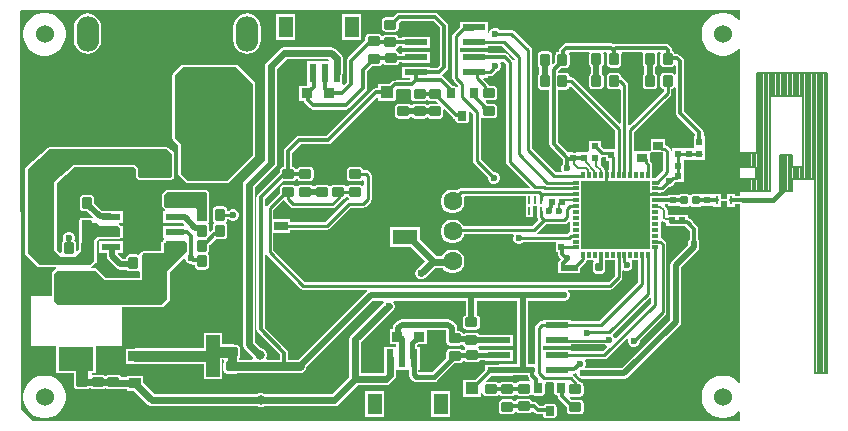
<source format=gbr>
%TF.GenerationSoftware,Altium Limited,Altium Designer,24.1.2 (44)*%
G04 Layer_Physical_Order=1*
G04 Layer_Color=255*
%FSLAX45Y45*%
%MOMM*%
%TF.SameCoordinates,DF2DA703-92E4-466D-A55C-C96BEC28C730*%
%TF.FilePolarity,Positive*%
%TF.FileFunction,Copper,L1,Top,Signal*%
%TF.Part,Single*%
G01*
G75*
%TA.AperFunction,SMDPad,CuDef*%
%ADD10R,2.10000X1.27000*%
%ADD11R,0.25000X0.65000*%
%ADD12R,0.54000X0.58000*%
G04:AMPARAMS|DCode=13|XSize=0.8mm|YSize=1mm|CornerRadius=0.1mm|HoleSize=0mm|Usage=FLASHONLY|Rotation=270.000|XOffset=0mm|YOffset=0mm|HoleType=Round|Shape=RoundedRectangle|*
%AMROUNDEDRECTD13*
21,1,0.80000,0.80000,0,0,270.0*
21,1,0.60000,1.00000,0,0,270.0*
1,1,0.20000,-0.40000,-0.30000*
1,1,0.20000,-0.40000,0.30000*
1,1,0.20000,0.40000,0.30000*
1,1,0.20000,0.40000,-0.30000*
%
%ADD13ROUNDEDRECTD13*%
%ADD14C,0.02540*%
%ADD15C,0.11400*%
%ADD16R,2.62000X3.51000*%
%ADD17R,0.58000X0.54000*%
%ADD18R,1.10000X1.00000*%
G04:AMPARAMS|DCode=19|XSize=0.8mm|YSize=1mm|CornerRadius=0.1mm|HoleSize=0mm|Usage=FLASHONLY|Rotation=0.000|XOffset=0mm|YOffset=0mm|HoleType=Round|Shape=RoundedRectangle|*
%AMROUNDEDRECTD19*
21,1,0.80000,0.80000,0,0,0.0*
21,1,0.60000,1.00000,0,0,0.0*
1,1,0.20000,0.30000,-0.40000*
1,1,0.20000,-0.30000,-0.40000*
1,1,0.20000,-0.30000,0.40000*
1,1,0.20000,0.30000,0.40000*
%
%ADD19ROUNDEDRECTD19*%
%ADD20R,2.65000X1.75000*%
%ADD21R,2.20000X1.75000*%
%ADD22R,1.20000X1.80000*%
%ADD23R,0.60000X1.55000*%
%ADD24R,0.60000X0.50000*%
%ADD25R,0.60000X0.60000*%
G04:AMPARAMS|DCode=26|XSize=0.6mm|YSize=0.7mm|CornerRadius=0.075mm|HoleSize=0mm|Usage=FLASHONLY|Rotation=0.000|XOffset=0mm|YOffset=0mm|HoleType=Round|Shape=RoundedRectangle|*
%AMROUNDEDRECTD26*
21,1,0.60000,0.55000,0,0,0.0*
21,1,0.45000,0.70000,0,0,0.0*
1,1,0.15000,0.22500,-0.27500*
1,1,0.15000,-0.22500,-0.27500*
1,1,0.15000,-0.22500,0.27500*
1,1,0.15000,0.22500,0.27500*
%
%ADD26ROUNDEDRECTD26*%
%ADD27R,3.00000X2.00000*%
%ADD28R,0.84000X0.84000*%
%ADD29R,0.90000X0.84000*%
%ADD30R,1.98000X0.53000*%
%ADD31R,1.14300X3.55600*%
%ADD32R,1.14300X0.88900*%
%ADD33R,1.01600X0.88900*%
%ADD34R,1.00429X0.87213*%
%ADD35R,1.60000X0.61000*%
%ADD36R,0.27940X0.71120*%
%ADD37R,0.45720X0.25400*%
%ADD38R,1.20000X0.80000*%
%TA.AperFunction,TestPad*%
G04:AMPARAMS|DCode=39|XSize=0.75mm|YSize=0.8mm|CornerRadius=0.09375mm|HoleSize=0mm|Usage=FLASHONLY|Rotation=180.000|XOffset=0mm|YOffset=0mm|HoleType=Round|Shape=RoundedRectangle|*
%AMROUNDEDRECTD39*
21,1,0.75000,0.61250,0,0,180.0*
21,1,0.56250,0.80000,0,0,180.0*
1,1,0.18750,-0.28125,0.30625*
1,1,0.18750,0.28125,0.30625*
1,1,0.18750,0.28125,-0.30625*
1,1,0.18750,-0.28125,-0.30625*
%
%ADD39ROUNDEDRECTD39*%
%TA.AperFunction,SMDPad,CuDef*%
%ADD40R,0.30000X0.55000*%
%ADD41R,0.55000X0.30000*%
%ADD42R,5.60000X5.60000*%
%ADD43R,0.85000X0.75000*%
%TA.AperFunction,Conductor*%
%ADD44C,0.50000*%
%ADD45C,0.25430*%
%ADD46C,0.30000*%
%ADD47C,0.25400*%
%ADD48C,0.40000*%
%ADD49C,0.60000*%
%ADD50C,0.20000*%
%ADD51C,0.20320*%
%ADD52C,0.45720*%
%ADD53C,0.26000*%
%ADD54C,0.90000*%
%ADD55C,0.75000*%
%ADD56C,1.00000*%
%TA.AperFunction,ComponentPad*%
%ADD57C,5.20000*%
%ADD58O,1.90000X3.00000*%
%ADD59R,1.60000X1.60000*%
%ADD60C,1.60000*%
%TA.AperFunction,ViaPad*%
%ADD61C,1.52400*%
%ADD62C,0.60000*%
%ADD63C,0.80000*%
G36*
X12346647Y8445872D02*
X12333947Y8440612D01*
X12314743Y8459815D01*
X12285262Y8479514D01*
X12252504Y8493083D01*
X12217728Y8500000D01*
X12182272D01*
X12147496Y8493083D01*
X12114738Y8479514D01*
X12085257Y8459815D01*
X12060185Y8434743D01*
X12040486Y8405262D01*
X12026917Y8372504D01*
X12020000Y8337728D01*
Y8302271D01*
X12026917Y8267496D01*
X12040486Y8234738D01*
X12060185Y8205257D01*
X12085257Y8180185D01*
X12114738Y8160486D01*
X12147496Y8146917D01*
X12182272Y8140000D01*
X12217728D01*
X12252504Y8146917D01*
X12285262Y8160486D01*
X12314743Y8180185D01*
X12333947Y8199388D01*
X12346647Y8194128D01*
Y7321743D01*
X12424192D01*
Y7186607D01*
X12346647D01*
Y7106703D01*
X12425828D01*
Y6987413D01*
X12346647D01*
Y6952261D01*
X12305900D01*
Y6971757D01*
X12237960D01*
Y6937959D01*
X12237313Y6925527D01*
X12229884Y6925526D01*
X12183980D01*
Y6971757D01*
X12116040D01*
Y6968000D01*
X12023001D01*
X12023000Y6968000D01*
Y6968000D01*
X12010300Y6967021D01*
X12008230Y6968404D01*
X11997500Y6970539D01*
X11952500D01*
X11941770Y6968404D01*
X11932674Y6962326D01*
X11932637Y6962271D01*
X11917363D01*
X11917326Y6962326D01*
X11908230Y6968404D01*
X11897500Y6970539D01*
X11852500D01*
X11841770Y6968404D01*
X11840659Y6967661D01*
X11829499Y6963000D01*
X11829500Y6963000D01*
X11829499Y6963000D01*
X11735500D01*
Y6950686D01*
X11630000D01*
X11626553Y6950000D01*
X11582501D01*
Y6850000D01*
X11582500D01*
Y6730000D01*
Y6630000D01*
Y6500000D01*
X11002500D01*
Y6630000D01*
Y6730000D01*
Y6850000D01*
X11002500D01*
Y6980000D01*
X11002500D01*
Y7080000D01*
X11202500D01*
Y7175000D01*
X11194978D01*
X11193459Y7182635D01*
X11186829Y7192558D01*
X11186828Y7192559D01*
X11165769Y7213618D01*
X11165000Y7226000D01*
X11165000D01*
Y7271335D01*
X11177700Y7281758D01*
X11179200Y7281460D01*
X11208000D01*
Y7249500D01*
X11234160D01*
Y7175000D01*
X11232500D01*
Y7080000D01*
X11582500D01*
Y6980000D01*
X11677500D01*
Y6983959D01*
X11682671D01*
X11695429Y6986497D01*
X11706246Y6993725D01*
X11740021Y7027500D01*
X11754946D01*
X11773323Y7035112D01*
X11787388Y7049177D01*
X11795000Y7067554D01*
Y7068359D01*
X11806700D01*
X11809920Y7069000D01*
X11870000D01*
Y7159000D01*
Y7253000D01*
X11880629Y7258000D01*
X11952500D01*
Y7257500D01*
X12052500D01*
Y7357500D01*
X12052499D01*
Y7455000D01*
X12038185D01*
Y7490001D01*
X12035469Y7503657D01*
X12027733Y7515234D01*
X11873186Y7669781D01*
Y8090000D01*
X11870469Y8103656D01*
X11862734Y8115234D01*
X11837734Y8140234D01*
X11826156Y8147969D01*
X11812500Y8150686D01*
X11792951D01*
X11790759Y8161706D01*
X11784129Y8171629D01*
X11774205Y8178260D01*
X11770686Y8178960D01*
Y8187426D01*
X11767969Y8201083D01*
X11760234Y8212660D01*
X11742660Y8230234D01*
X11731082Y8237969D01*
X11717426Y8240686D01*
X11300000D01*
X11286343Y8237969D01*
X11280621Y8234146D01*
X11271156Y8240469D01*
X11257500Y8243186D01*
X10872500D01*
X10858844Y8240469D01*
X10847266Y8232734D01*
X10819766Y8205234D01*
X10812031Y8193656D01*
X10809314Y8180000D01*
Y8174954D01*
X10800795Y8173260D01*
X10790871Y8166629D01*
X10784241Y8156706D01*
X10781912Y8145000D01*
Y8085828D01*
X10765787Y8069703D01*
X10753087Y8074964D01*
Y8145000D01*
X10750759Y8156706D01*
X10744129Y8166629D01*
X10734205Y8173260D01*
X10722500Y8175588D01*
X10662500D01*
X10650795Y8173260D01*
X10640871Y8166629D01*
X10634241Y8156706D01*
X10631912Y8145000D01*
Y8065001D01*
X10634241Y8053295D01*
X10640871Y8043372D01*
X10646618Y8039532D01*
Y7987969D01*
X10640871Y7984129D01*
X10634241Y7974206D01*
X10631912Y7962500D01*
Y7882501D01*
X10634241Y7870795D01*
X10640871Y7860872D01*
X10650795Y7854241D01*
X10662500Y7851913D01*
X10722500D01*
X10731814Y7844269D01*
Y7387500D01*
X10734531Y7373844D01*
X10742266Y7362266D01*
X10846814Y7257719D01*
Y7220025D01*
X10840112Y7213323D01*
X10832500Y7194946D01*
Y7175054D01*
X10836474Y7165461D01*
X10827988Y7152760D01*
X10786890D01*
X10583341Y7356310D01*
Y8185000D01*
X10580803Y8197759D01*
X10573576Y8208575D01*
X10433575Y8348575D01*
X10422759Y8355803D01*
X10410000Y8358341D01*
X10312316D01*
X10303268Y8367388D01*
X10284891Y8375000D01*
X10265000D01*
X10246623Y8367388D01*
X10232558Y8353323D01*
X10224946Y8334946D01*
X10213000Y8336766D01*
Y8424500D01*
X9975000D01*
Y8383049D01*
X9921425Y8329474D01*
X9914197Y8318658D01*
X9911659Y8305899D01*
Y7950000D01*
X9914197Y7937241D01*
X9921425Y7926425D01*
X9958208Y7889642D01*
X9957323Y7877395D01*
X9946281Y7872654D01*
X9938586Y7877796D01*
X9927125Y7880075D01*
X9916392D01*
X9840234Y7956233D01*
X9828657Y7963969D01*
X9827502Y7964198D01*
X9823425Y7977958D01*
X9862734Y8017266D01*
X9870469Y8028844D01*
X9873186Y8042500D01*
Y8392500D01*
X9870469Y8406156D01*
X9862734Y8417733D01*
X9790233Y8490234D01*
X9778656Y8497969D01*
X9765000Y8500686D01*
X9457500D01*
X9443843Y8497969D01*
X9432266Y8490234D01*
X9405120Y8463088D01*
X9345000D01*
X9333295Y8460759D01*
X9323371Y8454129D01*
X9316741Y8444205D01*
X9314412Y8432500D01*
Y8372500D01*
X9316741Y8360795D01*
X9323371Y8350871D01*
X9333295Y8344241D01*
X9345000Y8341912D01*
X9425000D01*
X9436705Y8344241D01*
X9446629Y8350871D01*
X9453259Y8360795D01*
X9455587Y8372500D01*
Y8412620D01*
X9472281Y8429314D01*
X9750218D01*
X9801814Y8377718D01*
Y8057282D01*
X9778719Y8034186D01*
X9720000D01*
Y8043500D01*
X9482000D01*
Y7950500D01*
X9548984D01*
X9554183Y7938674D01*
X9547854Y7930686D01*
X9427500D01*
X9413843Y7927969D01*
X9402266Y7920234D01*
X9379533Y7897500D01*
X9280000D01*
Y7863186D01*
X9262500D01*
X9248844Y7860470D01*
X9237267Y7852734D01*
X8845218Y7460686D01*
X8615000D01*
X8601344Y7457969D01*
X8589766Y7450234D01*
X8494766Y7355233D01*
X8487031Y7343656D01*
X8484314Y7330000D01*
Y7198087D01*
X8480000D01*
X8468295Y7195759D01*
X8458371Y7189129D01*
X8451741Y7179205D01*
X8449412Y7167500D01*
Y7152380D01*
X8262266Y6965234D01*
X8254531Y6953656D01*
X8251814Y6940000D01*
Y5822500D01*
X8254531Y5808844D01*
X8262266Y5797266D01*
X8449314Y5610218D01*
Y5566127D01*
X8342573D01*
X8334102Y5578827D01*
X8340000Y5593066D01*
Y5616935D01*
X8330865Y5638987D01*
X8313987Y5655866D01*
X8291935Y5665000D01*
X8289596D01*
X8235979Y5718616D01*
Y7021384D01*
X8411048Y7196452D01*
X8422099Y7212991D01*
X8425980Y7232500D01*
Y8026384D01*
X8508616Y8109020D01*
X8859931D01*
X8864814Y8102700D01*
X8858961Y8090000D01*
X8680000D01*
Y7895000D01*
X8680000D01*
X8682535Y7882300D01*
X8682329Y7881999D01*
X8616000D01*
Y7757999D01*
X8654712D01*
X8657031Y7746344D01*
X8664766Y7734766D01*
X8707266Y7692266D01*
X8718844Y7684531D01*
X8732500Y7681814D01*
X9007500D01*
X9021156Y7684531D01*
X9032734Y7692266D01*
X9177734Y7837266D01*
X9185469Y7848844D01*
X9188186Y7862500D01*
Y8005218D01*
X9234880Y8051912D01*
X9285000D01*
X9296705Y8054241D01*
X9306629Y8060871D01*
X9313259Y8070795D01*
X9313515Y8072077D01*
X9326906Y8074305D01*
X9330871Y8068371D01*
X9340795Y8061741D01*
X9352500Y8059412D01*
X9432500D01*
X9444205Y8061741D01*
X9454129Y8068371D01*
X9460759Y8078295D01*
X9461609Y8082564D01*
X9482000D01*
Y8077500D01*
X9720000D01*
Y8170500D01*
X9482000D01*
Y8153936D01*
X9462305D01*
X9460759Y8161705D01*
X9454129Y8171629D01*
X9444205Y8178259D01*
X9432500Y8180588D01*
X9431915Y8193288D01*
X9436705Y8194241D01*
X9446629Y8200871D01*
X9453259Y8210795D01*
X9455302Y8221064D01*
X9482000D01*
Y8204500D01*
X9720000D01*
Y8297500D01*
X9482000D01*
Y8292436D01*
X9453611D01*
X9453259Y8294205D01*
X9446629Y8304129D01*
X9436705Y8310759D01*
X9425000Y8313088D01*
X9345000D01*
X9333295Y8310759D01*
X9325889Y8305811D01*
X9320241Y8305093D01*
X9310704Y8308030D01*
X9306629Y8314129D01*
X9296705Y8320759D01*
X9285000Y8323087D01*
X9205000D01*
X9193295Y8320759D01*
X9183371Y8314129D01*
X9176741Y8304205D01*
X9174412Y8292500D01*
Y8267380D01*
X9029766Y8122734D01*
X9022031Y8111156D01*
X9019314Y8097500D01*
Y7917281D01*
X8989636Y7887603D01*
X8980000Y7895927D01*
Y7987575D01*
X8980979Y7992500D01*
Y8115001D01*
X8977099Y8134510D01*
X8966048Y8151049D01*
X8921048Y8196048D01*
X8904509Y8207099D01*
X8885000Y8210980D01*
X8487500D01*
X8467991Y8207099D01*
X8451452Y8196048D01*
X8338952Y8083548D01*
X8327901Y8067009D01*
X8324020Y8047500D01*
Y7253616D01*
X8148952Y7078548D01*
X8137901Y7062009D01*
X8134020Y7042500D01*
Y5697500D01*
X8137901Y5677991D01*
X8148952Y5661452D01*
X8221882Y5588522D01*
X8225898Y5578827D01*
X8217427Y5566127D01*
X8101127D01*
Y5578865D01*
X8104129Y5580871D01*
X8110759Y5590795D01*
X8113088Y5602500D01*
Y5662500D01*
X8110759Y5674205D01*
X8104129Y5684129D01*
X8094205Y5690759D01*
X8082500Y5693087D01*
X8066081D01*
X8059468Y5695827D01*
X8042500Y5698060D01*
X7959150D01*
Y5792800D01*
X7804850D01*
Y5660561D01*
X7223000D01*
X7214563Y5659450D01*
X7145850D01*
Y5530550D01*
X7214563D01*
X7223000Y5529439D01*
X7804850D01*
Y5397200D01*
X7959150D01*
Y5566939D01*
X7971440D01*
X7977604Y5554239D01*
X7974241Y5549205D01*
X7971912Y5537500D01*
Y5477500D01*
X7974241Y5465795D01*
X7980871Y5455871D01*
X7990795Y5449241D01*
X8002500Y5446912D01*
X8082500D01*
X8092359Y5448874D01*
X8617500D01*
X8639935Y5453336D01*
X8658955Y5466045D01*
X8671664Y5485065D01*
X8674572Y5499686D01*
X9239005Y6064118D01*
X9326562D01*
X9331822Y6051418D01*
X9053952Y5773548D01*
X9042901Y5757009D01*
X9039020Y5737500D01*
Y5421116D01*
X8891384Y5273480D01*
X8321212D01*
X8299435Y5282500D01*
X8275565D01*
X8253513Y5273366D01*
X8251127Y5270980D01*
X7389224D01*
X7293215Y5366989D01*
Y5429606D01*
X7152786D01*
Y5420701D01*
X7105590D01*
X7101629Y5426629D01*
X7091705Y5433259D01*
X7080000Y5435588D01*
X7000000D01*
X6988295Y5433259D01*
X6981481Y5428706D01*
X6969129Y5429129D01*
X6959205Y5435759D01*
X6947500Y5438087D01*
X6867500D01*
X6865350Y5437660D01*
X6854861Y5447784D01*
X6856088Y5452500D01*
X6892500D01*
Y5680000D01*
X7110000D01*
Y6007108D01*
X7450000D01*
X7457803Y6008660D01*
X7464419Y6013081D01*
X7464420Y6013081D01*
X7511919Y6060581D01*
X7516340Y6067196D01*
X7517892Y6075000D01*
Y6306553D01*
X7634800Y6423461D01*
X7647500Y6418201D01*
Y6415054D01*
X7655112Y6396677D01*
X7669177Y6382612D01*
X7687554Y6375000D01*
X7699400D01*
X7703844Y6372031D01*
X7717500Y6369314D01*
X7729413D01*
Y6357500D01*
X7731741Y6345795D01*
X7738371Y6335871D01*
X7748295Y6329241D01*
X7760000Y6326912D01*
X7820000D01*
X7831705Y6329241D01*
X7841629Y6335871D01*
X7848259Y6345795D01*
X7850588Y6357500D01*
Y6437500D01*
X7848259Y6449205D01*
X7844467Y6454881D01*
X7839129Y6466589D01*
X7845759Y6476512D01*
X7848088Y6488217D01*
Y6531968D01*
X7857091Y6537984D01*
X7907095Y6587988D01*
X7912500Y6586913D01*
X7972500D01*
X7984206Y6589241D01*
X7994129Y6595871D01*
X8000759Y6605795D01*
X8003088Y6617500D01*
Y6697500D01*
X8000759Y6709206D01*
X7994129Y6719129D01*
Y6730872D01*
X8000759Y6740795D01*
X8002958Y6751848D01*
X8005307Y6753112D01*
X8015788Y6756001D01*
X8024177Y6747612D01*
X8042554Y6740000D01*
X8062445D01*
X8080823Y6747612D01*
X8094888Y6761677D01*
X8102500Y6780055D01*
Y6799946D01*
X8094888Y6818323D01*
X8080823Y6832388D01*
X8062445Y6840000D01*
X8042554D01*
X8024177Y6832388D01*
X8017630Y6825841D01*
X8003088D01*
Y6832500D01*
X8000759Y6844206D01*
X7994129Y6854129D01*
X7984206Y6860759D01*
X7972500Y6863088D01*
X7912500D01*
X7900795Y6860759D01*
X7890871Y6854129D01*
X7884241Y6844206D01*
X7881913Y6832500D01*
Y6752500D01*
X7884241Y6740795D01*
X7890871Y6730872D01*
Y6719129D01*
X7884241Y6709206D01*
X7881913Y6697500D01*
Y6660088D01*
X7870906Y6652734D01*
X7864821Y6646649D01*
X7853088Y6651509D01*
Y6697500D01*
X7850760Y6709206D01*
X7844129Y6719129D01*
X7844637Y6721212D01*
X7847824Y6731934D01*
X7851340Y6737197D01*
X7852892Y6745000D01*
Y6751515D01*
X7853088Y6752500D01*
Y6832500D01*
X7852892Y6833486D01*
Y6889013D01*
X7853088Y6890000D01*
Y6970000D01*
X7852892Y6970987D01*
Y6972499D01*
X7852892Y6972500D01*
X7851340Y6980304D01*
X7850911Y6980945D01*
X7850760Y6981706D01*
X7844129Y6991629D01*
X7838344Y6995495D01*
X7836919Y6996919D01*
X7830304Y7001340D01*
X7822500Y7002892D01*
X7495001D01*
X7495000Y7002892D01*
X7487196Y7001340D01*
X7480580Y6996919D01*
X7458081Y6974420D01*
X7453660Y6967804D01*
X7452108Y6960000D01*
Y6870000D01*
X7453660Y6862197D01*
X7458081Y6855581D01*
X7458081Y6855580D01*
X7459999Y6853662D01*
Y6852000D01*
X7461661D01*
X7474962Y6838700D01*
X7474780Y6836056D01*
X7470802Y6826000D01*
X7459999D01*
Y6725000D01*
X7561066D01*
X7565499Y6724118D01*
X7625996D01*
X7639381Y6710733D01*
X7634520Y6699000D01*
X7459999D01*
Y6598000D01*
X7463267D01*
X7465424Y6595418D01*
X7468081Y6581919D01*
X7463660Y6575304D01*
X7463003Y6572000D01*
X7459999D01*
Y6569397D01*
X7457196Y6568840D01*
X7450581Y6564419D01*
X7446160Y6557804D01*
X7444608Y6550000D01*
Y6485392D01*
X7295000D01*
X7287197Y6483840D01*
X7280581Y6479419D01*
X7276160Y6472804D01*
X7275918Y6471582D01*
X7274696Y6471340D01*
X7268081Y6466919D01*
X7263660Y6460304D01*
X7263410Y6459043D01*
X7250725Y6452945D01*
X7249610Y6452988D01*
X7249205Y6453259D01*
X7237500Y6455588D01*
X7177500D01*
X7165795Y6453259D01*
X7155871Y6446629D01*
X7149241Y6436705D01*
X7146912Y6425000D01*
Y6418382D01*
X7119005D01*
X7079086Y6458300D01*
X7080083Y6471000D01*
X7119999D01*
Y6572000D01*
X6919999D01*
Y6471000D01*
X6986618D01*
Y6440000D01*
X6990111Y6422442D01*
X7000057Y6407557D01*
X7067557Y6340057D01*
X7082442Y6330111D01*
X7100000Y6326619D01*
X7153701D01*
X7155871Y6323371D01*
X7165795Y6316741D01*
X7177500Y6314412D01*
X7237500D01*
X7249205Y6316741D01*
X7249408Y6316876D01*
X7262108Y6310088D01*
Y6260392D01*
X6975947D01*
X6904420Y6331919D01*
X6897804Y6336340D01*
X6890000Y6337892D01*
X6854947D01*
X6853696Y6350592D01*
X6856554Y6351160D01*
X6863169Y6355581D01*
X6863170Y6355581D01*
X6893169Y6385581D01*
X6897590Y6392196D01*
X6899142Y6400000D01*
X6899142Y6432500D01*
Y6571553D01*
X6914697Y6587108D01*
X7086249D01*
X7086250Y6587108D01*
X7094054Y6588660D01*
X7100670Y6593081D01*
X7105589Y6598000D01*
X7119999D01*
Y6699000D01*
X7101089D01*
X7090670Y6709419D01*
X7086358Y6712301D01*
X7087886Y6723524D01*
X7088470Y6725001D01*
X7119999D01*
Y6826000D01*
X7018933D01*
X7014499Y6826882D01*
X6943004D01*
X6875587Y6894299D01*
Y6932500D01*
X6873259Y6944206D01*
X6866629Y6954129D01*
X6856705Y6960760D01*
X6845000Y6963088D01*
X6785000D01*
X6773295Y6960760D01*
X6763371Y6954129D01*
X6756741Y6944206D01*
X6754412Y6932500D01*
Y6852500D01*
X6756741Y6840795D01*
X6763371Y6830872D01*
X6773295Y6824241D01*
X6785000Y6821913D01*
X6818201D01*
X6863863Y6776251D01*
X6856705Y6765759D01*
X6845000Y6768088D01*
X6785000D01*
X6784014Y6767892D01*
X6773750D01*
X6765947Y6766340D01*
X6759331Y6761919D01*
X6754911Y6755303D01*
X6753359Y6747500D01*
Y6554772D01*
X6751912Y6547500D01*
Y6499500D01*
X6734821Y6482409D01*
X6723087Y6487269D01*
Y6547500D01*
X6720759Y6559205D01*
X6714129Y6569129D01*
X6706876Y6573975D01*
X6712500Y6587555D01*
Y6607446D01*
X6704888Y6625823D01*
X6690823Y6639888D01*
X6672446Y6647500D01*
X6652555D01*
X6634177Y6639888D01*
X6620112Y6625823D01*
X6612500Y6607446D01*
Y6587555D01*
X6618125Y6573975D01*
X6610871Y6569129D01*
X6604241Y6559205D01*
X6601912Y6547500D01*
Y6473637D01*
X6589212Y6468376D01*
X6560392Y6497196D01*
X6560392Y7060735D01*
X6712833Y7192108D01*
X7212803D01*
X7228358Y7176553D01*
Y7120000D01*
X7229911Y7112196D01*
X7234331Y7105581D01*
X7234332Y7105580D01*
X7245000Y7094911D01*
Y7092500D01*
X7247411D01*
X7251831Y7088081D01*
X7258447Y7083660D01*
X7266250Y7082108D01*
X7518750Y7082108D01*
X7526554Y7083660D01*
X7533169Y7088080D01*
X7533170Y7088081D01*
X7537589Y7092500D01*
X7550000D01*
Y7104911D01*
X7551919Y7106830D01*
X7551919Y7106830D01*
X7556340Y7113446D01*
X7557892Y7121249D01*
Y7307813D01*
X7557608Y7309242D01*
X7557687Y7310697D01*
X7556839Y7313108D01*
X7556340Y7315616D01*
X7555530Y7316828D01*
X7555047Y7318202D01*
X7553340Y7320106D01*
X7551919Y7322232D01*
X7550708Y7323041D01*
X7549735Y7324126D01*
X7500152Y7361313D01*
X7497847Y7362419D01*
X7495720Y7363840D01*
X7494291Y7364124D01*
X7492978Y7364754D01*
X7490424Y7364893D01*
X7487917Y7365392D01*
X6504063D01*
X6500738Y7364731D01*
X6497379Y7364265D01*
X6496855Y7363958D01*
X6496259Y7363840D01*
X6493439Y7361955D01*
X6490515Y7360241D01*
X6301452Y7192184D01*
X6301086Y7191701D01*
X6300581Y7191363D01*
X6298696Y7188542D01*
X6296651Y7185840D01*
X6296498Y7185252D01*
X6296160Y7184747D01*
X6295499Y7181423D01*
X6294643Y7178141D01*
X6294727Y7177539D01*
X6294608Y7176943D01*
X6294608Y6466250D01*
X6294608Y6466249D01*
X6296160Y6458446D01*
X6300580Y6451830D01*
X6300581Y6451829D01*
X6396830Y6355581D01*
X6403445Y6351160D01*
X6411249Y6349608D01*
X6556303D01*
X6557554Y6336908D01*
X6554696Y6336340D01*
X6548081Y6331919D01*
X6523081Y6306919D01*
X6518660Y6300304D01*
X6517108Y6292500D01*
Y6107500D01*
X6345000D01*
Y5680000D01*
X6552500D01*
Y5452500D01*
X6705004D01*
Y5410473D01*
X6704413Y5407500D01*
Y5347500D01*
X6706741Y5335795D01*
X6713372Y5325871D01*
X6723295Y5319241D01*
X6735000Y5316912D01*
X6815000D01*
X6826706Y5319241D01*
X6836629Y5325871D01*
X6845871Y5325871D01*
X6855795Y5319241D01*
X6867500Y5316912D01*
X6947500D01*
X6959205Y5319241D01*
X6969129Y5325871D01*
X6978372Y5323371D01*
X6988295Y5316741D01*
X7000000Y5314412D01*
X7080000D01*
X7091705Y5316741D01*
X7094701Y5318742D01*
X7152786D01*
Y5302394D01*
X7213619D01*
X7332060Y5183952D01*
X7348599Y5172901D01*
X7368108Y5169020D01*
X8259824D01*
X8275565Y5162500D01*
X8299435D01*
X8321212Y5171521D01*
X8912500D01*
X8932009Y5175401D01*
X8948548Y5186452D01*
X9111116Y5349020D01*
X9345000D01*
X9364509Y5352901D01*
X9381048Y5363952D01*
X9418548Y5401452D01*
X9429599Y5417990D01*
X9433479Y5437500D01*
Y5477500D01*
X9541716D01*
Y5440933D01*
X9541716Y5440931D01*
X9544821Y5425324D01*
X9553661Y5412093D01*
X9577092Y5388662D01*
X9577093Y5388662D01*
X9590324Y5379821D01*
X9605931Y5376716D01*
X9753430D01*
X9753432Y5376716D01*
X9769039Y5379821D01*
X9782270Y5388662D01*
X9928021Y5534412D01*
X9970000D01*
X9981705Y5536741D01*
X9991629Y5543371D01*
X9998259Y5553295D01*
X9999012Y5557077D01*
X10012099Y5557775D01*
X10013371Y5555871D01*
X10023295Y5549241D01*
X10035000Y5546912D01*
X10115000D01*
X10126705Y5549241D01*
X10136629Y5555871D01*
X10142706Y5564967D01*
X10184500D01*
Y5557500D01*
X10422500D01*
Y5650499D01*
X10184500D01*
Y5646534D01*
X10143790D01*
X10143259Y5649205D01*
X10136629Y5659129D01*
X10132409Y5661948D01*
X10131782Y5674619D01*
X10140927Y5684618D01*
X10184500D01*
Y5684500D01*
X10422500D01*
Y5777499D01*
X10306434D01*
X10302000Y5778381D01*
X10297566Y5777499D01*
X10184500D01*
Y5776381D01*
X10137635D01*
X10134129Y5781629D01*
X10124205Y5788259D01*
X10112500Y5790588D01*
X10032500D01*
X10020795Y5788259D01*
X10013495Y5783382D01*
X9998920D01*
X9998259Y5786705D01*
X9991629Y5796629D01*
X9981705Y5803259D01*
X9970000Y5805588D01*
X9950881D01*
Y5833211D01*
X9947389Y5850769D01*
X9937443Y5865654D01*
X9908153Y5894943D01*
X9893269Y5904889D01*
X9875710Y5908382D01*
X9481790D01*
X9464231Y5904889D01*
X9449346Y5894943D01*
X9420057Y5865654D01*
X9410111Y5850769D01*
X9406618Y5833211D01*
Y5822000D01*
X9379000D01*
Y5698000D01*
X9437208D01*
Y5683250D01*
X9432499Y5672500D01*
X9332500D01*
Y5579925D01*
X9331520Y5575000D01*
Y5458616D01*
X9323884Y5450979D01*
X9140979D01*
Y5716384D01*
X9408548Y5983952D01*
X9411338Y5988127D01*
X9414888Y5991677D01*
X9416809Y5996316D01*
X9419599Y6000491D01*
X9420578Y6005415D01*
X9422500Y6010054D01*
Y6015076D01*
X9423479Y6020000D01*
X9422500Y6024924D01*
Y6029946D01*
X9420578Y6034585D01*
X9419599Y6039509D01*
X9416809Y6043683D01*
X9414888Y6048323D01*
X9411792Y6051418D01*
X9411868Y6052914D01*
X9417589Y6064118D01*
X10026619D01*
Y5939418D01*
X10020795Y5938259D01*
X10010871Y5931629D01*
X10004241Y5921705D01*
X10001912Y5910000D01*
Y5850000D01*
X10004241Y5838295D01*
X10010871Y5828371D01*
X10020795Y5821741D01*
X10032500Y5819413D01*
X10112500D01*
X10124205Y5821741D01*
X10134129Y5828371D01*
X10140759Y5838295D01*
X10143088Y5850000D01*
Y5910000D01*
X10140759Y5921705D01*
X10134129Y5931629D01*
X10124205Y5938259D01*
X10118382Y5939418D01*
Y6064118D01*
X10459119D01*
Y5524381D01*
X10305000D01*
X10300567Y5523499D01*
X10184500D01*
Y5474444D01*
X10102556Y5392500D01*
X10002500D01*
Y5252500D01*
X10152500D01*
Y5279789D01*
X10165200Y5281040D01*
X10166741Y5273294D01*
X10173371Y5263371D01*
X10183295Y5256740D01*
X10195000Y5254412D01*
X10275000D01*
X10286705Y5256740D01*
X10296629Y5263371D01*
X10298198Y5265720D01*
X10313372Y5265871D01*
X10323295Y5259241D01*
X10335000Y5256912D01*
X10415000D01*
X10426706Y5259241D01*
X10436629Y5265871D01*
X10438198Y5268220D01*
X10453372Y5268371D01*
X10463295Y5261741D01*
X10475000Y5259412D01*
X10555000D01*
X10566705Y5261741D01*
X10576629Y5268371D01*
X10583843Y5269379D01*
X10592065Y5268614D01*
X10599414Y5263704D01*
X10610875Y5261425D01*
X10667125D01*
X10678586Y5263704D01*
X10688303Y5270197D01*
X10694796Y5279914D01*
X10697076Y5291375D01*
Y5352625D01*
X10695318Y5361459D01*
X10700139Y5370386D01*
X10703339Y5374159D01*
X10766661D01*
X10769861Y5370386D01*
X10774682Y5361459D01*
X10772925Y5352625D01*
Y5291375D01*
X10775205Y5279914D01*
X10781697Y5270197D01*
X10791414Y5263704D01*
X10802241Y5261551D01*
Y5254574D01*
X10804957Y5240917D01*
X10812693Y5229340D01*
X10879766Y5162267D01*
X10881912Y5160833D01*
Y5132500D01*
X10884241Y5120795D01*
X10890871Y5110871D01*
X10900795Y5104241D01*
X10912500Y5101912D01*
X10992500D01*
X11004205Y5104241D01*
X11014129Y5110871D01*
X11020759Y5120795D01*
X11023088Y5132500D01*
Y5192500D01*
X11020759Y5204205D01*
X11014129Y5214129D01*
X11004205Y5220759D01*
X10992500Y5223088D01*
X10927994D01*
X10927500Y5223186D01*
X10919782D01*
X10901894Y5241073D01*
X10908151Y5252777D01*
X10912500Y5251912D01*
X10992500D01*
X11004205Y5254241D01*
X11014129Y5260871D01*
X11020759Y5270795D01*
X11023088Y5282500D01*
Y5342500D01*
X11020759Y5354205D01*
X11014129Y5364129D01*
X11004205Y5370759D01*
X10992500Y5373088D01*
X10984729D01*
X10983303Y5380259D01*
X10976075Y5391075D01*
X10936075Y5431075D01*
X10930318Y5434922D01*
X10934171Y5447622D01*
X10940807D01*
X10953260Y5450099D01*
X10956621Y5449541D01*
X10965960Y5444549D01*
Y5440615D01*
X10973571Y5422238D01*
X10987637Y5408173D01*
X11006014Y5400561D01*
X11025905D01*
X11034493Y5404118D01*
X11367500D01*
X11385058Y5407611D01*
X11399943Y5417557D01*
X11834943Y5852557D01*
X11844889Y5867442D01*
X11848381Y5885000D01*
Y6348495D01*
X11987443Y6487557D01*
X11997389Y6502442D01*
X12000882Y6520000D01*
Y6562500D01*
X11997389Y6580058D01*
X11990686Y6590090D01*
Y6672500D01*
X11987969Y6686156D01*
X11980234Y6697734D01*
X11949827Y6728140D01*
X11944751Y6735737D01*
X11924248Y6756240D01*
X11912671Y6763976D01*
X11904517Y6765598D01*
Y6794006D01*
X11734322D01*
Y6828764D01*
X11734323Y6828765D01*
X11731994Y6840471D01*
X11725364Y6850394D01*
X11725363Y6850395D01*
X11708177Y6867581D01*
X11713037Y6879314D01*
X11735500D01*
Y6865000D01*
X11829499D01*
X11829500Y6865000D01*
Y6864999D01*
X11829500Y6865000D01*
X11841002Y6862109D01*
X11841770Y6861596D01*
X11852500Y6859461D01*
X11897500D01*
X11908230Y6861596D01*
X11917326Y6867674D01*
X11917363Y6867728D01*
X11932637D01*
X11932674Y6867674D01*
X11941770Y6861596D01*
X11952500Y6859461D01*
X11997500D01*
X12008230Y6861596D01*
X12012578Y6864501D01*
X12023000Y6870000D01*
X12116040D01*
Y6860638D01*
X12183980D01*
Y6906180D01*
X12232046D01*
Y6906179D01*
Y6906179D01*
X12237859Y6895693D01*
X12237960Y6893747D01*
Y6860638D01*
X12305900D01*
Y6880890D01*
X12346647D01*
Y5375872D01*
X12333947Y5370612D01*
X12314743Y5389815D01*
X12285262Y5409514D01*
X12252504Y5423083D01*
X12217728Y5430000D01*
X12182272D01*
X12147496Y5423083D01*
X12114738Y5409514D01*
X12085257Y5389815D01*
X12060185Y5364743D01*
X12040486Y5335262D01*
X12026917Y5302504D01*
X12020000Y5267728D01*
Y5232271D01*
X12026917Y5197496D01*
X12040486Y5164738D01*
X12060185Y5135257D01*
X12085257Y5110185D01*
X12114738Y5090486D01*
X12147496Y5076917D01*
X12182272Y5070000D01*
X12217728D01*
X12252504Y5076917D01*
X12285262Y5090486D01*
X12314743Y5110185D01*
X12333947Y5129388D01*
X12346647Y5124128D01*
Y5048125D01*
X6356647D01*
X6257897Y5146875D01*
X6251663Y8516636D01*
X6260635Y8525625D01*
X12346647D01*
Y8445872D01*
D02*
G37*
G36*
X10437279Y8113070D02*
X10436325Y8106112D01*
X10423088Y8103063D01*
X10421075Y8106076D01*
X10387912Y8139238D01*
X10381234Y8149234D01*
X10369657Y8156969D01*
X10356000Y8159686D01*
X10213000D01*
Y8170500D01*
X9978340D01*
Y8204500D01*
X10213000D01*
Y8219159D01*
X10331190D01*
X10437279Y8113070D01*
D02*
G37*
G36*
X11221741Y8159205D02*
X11219412Y8147500D01*
Y8067501D01*
X11221741Y8055795D01*
X11228371Y8045872D01*
X11238295Y8039241D01*
X11250000Y8036913D01*
X11310000D01*
X11321705Y8039241D01*
X11331629Y8045872D01*
X11338259Y8055795D01*
X11340587Y8067501D01*
Y8147500D01*
X11338774Y8156614D01*
X11343556Y8165491D01*
X11346779Y8169314D01*
X11515213D01*
X11523228Y8156614D01*
X11521912Y8150000D01*
Y8070001D01*
X11524241Y8058295D01*
X11530871Y8048372D01*
X11536618Y8044532D01*
Y7990469D01*
X11530871Y7986629D01*
X11524241Y7976706D01*
X11521912Y7965000D01*
Y7885000D01*
X11524241Y7873295D01*
X11530871Y7863372D01*
X11540795Y7856741D01*
X11552500Y7854413D01*
X11612500D01*
X11624205Y7856741D01*
X11634129Y7863372D01*
X11640759Y7873295D01*
X11643088Y7885000D01*
Y7965000D01*
X11640759Y7976706D01*
X11634129Y7986629D01*
X11628381Y7990469D01*
Y8044532D01*
X11634129Y8048372D01*
X11640759Y8058295D01*
X11643087Y8070001D01*
Y8150000D01*
X11641772Y8156614D01*
X11649787Y8169314D01*
X11665213D01*
X11673228Y8156614D01*
X11671912Y8150000D01*
Y8070001D01*
X11674241Y8058295D01*
X11680871Y8048372D01*
X11690795Y8041741D01*
X11702500Y8039413D01*
X11762500D01*
X11774205Y8041741D01*
X11784129Y8048372D01*
X11789114Y8055833D01*
X11801778Y8053736D01*
X11801814Y8053721D01*
Y7981280D01*
X11801778Y7981265D01*
X11789114Y7979168D01*
X11784129Y7986629D01*
X11774205Y7993260D01*
X11762500Y7995588D01*
X11702500D01*
X11690795Y7993260D01*
X11680871Y7986629D01*
X11674241Y7976706D01*
X11671912Y7965000D01*
Y7885000D01*
X11674241Y7873295D01*
X11680871Y7863372D01*
X11690795Y7856741D01*
X11699159Y7855077D01*
Y7836310D01*
X11412574Y7549725D01*
X11400841Y7554585D01*
Y7892500D01*
X11398303Y7905259D01*
X11391076Y7916075D01*
X11356075Y7951075D01*
X11345259Y7958303D01*
X11340587Y7959232D01*
Y7965000D01*
X11338259Y7976706D01*
X11331629Y7986629D01*
X11321705Y7993260D01*
X11310000Y7995588D01*
X11250000D01*
X11238295Y7993260D01*
X11228371Y7986629D01*
X11221741Y7976706D01*
X11219412Y7965000D01*
Y7885000D01*
X11221741Y7873295D01*
X11228371Y7863372D01*
X11238295Y7856741D01*
X11250000Y7854413D01*
X11310000D01*
X11321705Y7856741D01*
X11334160Y7849789D01*
Y7567084D01*
X11322426Y7562224D01*
X10938575Y7946076D01*
X10927758Y7953303D01*
X10915000Y7955841D01*
X10903088D01*
Y7962500D01*
X10900759Y7974206D01*
X10894129Y7984129D01*
X10884205Y7990760D01*
X10872500Y7993088D01*
X10812500D01*
X10809069Y7995904D01*
X10808424Y8011405D01*
X10831432Y8034413D01*
X10872500D01*
X10884205Y8036741D01*
X10894129Y8043372D01*
X10900759Y8053295D01*
X10903088Y8065001D01*
Y8145000D01*
X10900759Y8156706D01*
X10899150Y8159114D01*
X10905939Y8171814D01*
X11064891D01*
X11071740Y8159205D01*
X11069412Y8147500D01*
Y8067501D01*
X11071740Y8055795D01*
X11078371Y8045872D01*
X11084118Y8042032D01*
Y7990469D01*
X11078371Y7986629D01*
X11071741Y7976706D01*
X11069412Y7965000D01*
Y7885000D01*
X11071741Y7873295D01*
X11078371Y7863372D01*
X11088295Y7856741D01*
X11100000Y7854413D01*
X11160000D01*
X11171705Y7856741D01*
X11181629Y7863372D01*
X11188259Y7873295D01*
X11190587Y7885000D01*
Y7965000D01*
X11188259Y7976706D01*
X11181629Y7986629D01*
X11175881Y7990469D01*
Y8042032D01*
X11181628Y8045872D01*
X11188259Y8055795D01*
X11190587Y8067501D01*
Y8147500D01*
X11188259Y8159205D01*
X11195108Y8171814D01*
X11214891D01*
X11221741Y8159205D01*
D02*
G37*
G36*
X10364159Y8068690D02*
Y7242500D01*
X10366697Y7229741D01*
X10373925Y7218925D01*
X10565075Y7027774D01*
X10560215Y7016041D01*
X9980776D01*
X9968017Y7013503D01*
X9957201Y7006276D01*
X9949531Y6998605D01*
X9925665Y7005000D01*
X9899335D01*
X9873902Y6998185D01*
X9851099Y6985020D01*
X9832480Y6966401D01*
X9819315Y6943599D01*
X9812500Y6918165D01*
Y6891835D01*
X9819315Y6866402D01*
X9832480Y6843599D01*
X9851099Y6824981D01*
X9873902Y6811815D01*
X9899335Y6805000D01*
X9925665D01*
X9951098Y6811815D01*
X9973901Y6824981D01*
X9992520Y6843599D01*
X10005685Y6866402D01*
X10012500Y6891835D01*
Y6918165D01*
X10007544Y6936660D01*
X10016054Y6949360D01*
X10530000D01*
Y6865000D01*
Y6770000D01*
X10595000D01*
Y6865000D01*
X10630000D01*
Y6826727D01*
X10629159Y6822500D01*
Y6769181D01*
X10631697Y6756422D01*
X10638925Y6745606D01*
X10639531Y6745000D01*
X10588271Y6693740D01*
X10003294D01*
X9992520Y6712401D01*
X9973901Y6731020D01*
X9951098Y6744185D01*
X9925665Y6751000D01*
X9899335D01*
X9873902Y6744185D01*
X9851099Y6731020D01*
X9832480Y6712401D01*
X9819315Y6689599D01*
X9812500Y6664165D01*
Y6637835D01*
X9819315Y6612402D01*
X9832480Y6589599D01*
X9851099Y6570981D01*
X9873902Y6557815D01*
X9899335Y6551000D01*
X9925665D01*
X9951098Y6557815D01*
X9973901Y6570981D01*
X9992520Y6589599D01*
X10005685Y6612402D01*
X10009613Y6627059D01*
X10421565D01*
X10429649Y6614359D01*
X10425000Y6603136D01*
Y6583245D01*
X10432612Y6564867D01*
X10446677Y6550802D01*
X10465054Y6543190D01*
X10484946D01*
X10503323Y6550802D01*
X10512370Y6559850D01*
X10785000D01*
Y6475500D01*
X10801439D01*
Y6462257D01*
X10804156Y6448601D01*
X10811892Y6437023D01*
X10831724Y6417191D01*
X10824766Y6410234D01*
X10817031Y6398656D01*
X10815905Y6393000D01*
X10808000D01*
Y6295000D01*
X10992000D01*
Y6343849D01*
X11038776Y6390625D01*
X11046003Y6401442D01*
X11046711Y6405000D01*
X11100539D01*
X11106815Y6392300D01*
X11104096Y6388230D01*
X11101962Y6377500D01*
Y6322500D01*
X11104096Y6311770D01*
X11110174Y6302674D01*
X11119270Y6296596D01*
X11130000Y6294461D01*
X11175000D01*
X11185730Y6296596D01*
X11194826Y6302674D01*
X11200904Y6311770D01*
X11203039Y6322500D01*
Y6349261D01*
X11203186Y6350000D01*
Y6405000D01*
X11284144D01*
Y6276316D01*
X11233683Y6225856D01*
X8658816D01*
X8395856Y6488817D01*
Y6640000D01*
X8540000D01*
Y6666659D01*
X8850000D01*
X8862759Y6669197D01*
X8873575Y6676425D01*
X9048810Y6851659D01*
X9152500D01*
X9165259Y6854197D01*
X9176075Y6861425D01*
X9218575Y6903924D01*
X9225802Y6914741D01*
X9228340Y6927500D01*
Y7122426D01*
X9225803Y7135185D01*
X9218575Y7146001D01*
X9201001Y7163575D01*
X9190185Y7170803D01*
X9177426Y7173340D01*
X9156926D01*
X9155759Y7179205D01*
X9149129Y7189129D01*
X9139205Y7195759D01*
X9127500Y7198088D01*
X9047500D01*
X9035795Y7195759D01*
X9025871Y7189129D01*
X9019241Y7179205D01*
X9016912Y7167500D01*
Y7107500D01*
X9019241Y7095795D01*
X9025871Y7085871D01*
X9035795Y7079241D01*
X9047500Y7076912D01*
X9127500D01*
X9139205Y7079241D01*
X9149129Y7085871D01*
X9161659Y7081765D01*
Y7043235D01*
X9149129Y7039129D01*
X9139205Y7045759D01*
X9127500Y7048088D01*
X9047500D01*
X9035795Y7045759D01*
X9025871Y7039129D01*
X9023850Y7036104D01*
X9008650D01*
X9006629Y7039129D01*
X8996705Y7045759D01*
X8985000Y7048088D01*
X8905000D01*
X8893295Y7045759D01*
X8883371Y7039129D01*
X8882637Y7038030D01*
X8867363D01*
X8866628Y7039129D01*
X8856705Y7045760D01*
X8845000Y7048088D01*
X8765000D01*
X8753294Y7045760D01*
X8743371Y7039129D01*
X8741766Y7036728D01*
X8728233D01*
X8726629Y7039129D01*
X8716705Y7045759D01*
X8705000Y7048088D01*
X8625000D01*
X8613295Y7045759D01*
X8603371Y7039129D01*
X8599556Y7033418D01*
X8599026Y7033221D01*
X8585974Y7033221D01*
X8585444Y7033418D01*
X8581629Y7039129D01*
X8571705Y7045759D01*
X8560000Y7048088D01*
X8480000D01*
X8468295Y7045759D01*
X8458371Y7039129D01*
X8451741Y7029205D01*
X8449412Y7017500D01*
Y6979243D01*
X8338914Y6868744D01*
X8335886Y6864213D01*
X8323186Y6868066D01*
Y6925219D01*
X8475729Y7077762D01*
X8480000Y7076912D01*
X8560000D01*
X8571705Y7079241D01*
X8581629Y7085871D01*
X8585444Y7091582D01*
X8585974Y7091779D01*
X8599026Y7091780D01*
X8599556Y7091582D01*
X8603371Y7085871D01*
X8613295Y7079241D01*
X8625000Y7076912D01*
X8705000D01*
X8716705Y7079241D01*
X8726629Y7085871D01*
X8733259Y7095795D01*
X8735588Y7107500D01*
Y7167500D01*
X8733259Y7179205D01*
X8726629Y7189129D01*
X8716705Y7195759D01*
X8705000Y7198088D01*
X8625000D01*
X8613295Y7195759D01*
X8603371Y7189129D01*
X8599556Y7183418D01*
X8599026Y7183221D01*
X8585974Y7183220D01*
X8585444Y7183418D01*
X8581629Y7189129D01*
X8571705Y7195759D01*
X8560000Y7198087D01*
X8555686D01*
Y7315218D01*
X8629782Y7389314D01*
X8860000D01*
X8873656Y7392031D01*
X8885233Y7399766D01*
X9267300Y7781833D01*
X9280000Y7776572D01*
Y7757501D01*
X9430000D01*
Y7847033D01*
X9442281Y7859314D01*
X9551313D01*
X9561912Y7847500D01*
Y7787500D01*
X9564241Y7775795D01*
X9570871Y7765871D01*
X9580795Y7759241D01*
X9592500Y7756912D01*
X9672500D01*
X9684205Y7759241D01*
X9688230Y7761930D01*
X9700871Y7765871D01*
X9710795Y7759241D01*
X9722500Y7756912D01*
X9772620D01*
X9789712Y7739821D01*
X9784851Y7728087D01*
X9722500D01*
X9710795Y7725759D01*
X9700871Y7719129D01*
X9688230Y7723070D01*
X9684205Y7725759D01*
X9672500Y7728088D01*
X9592500D01*
X9580795Y7725759D01*
X9571240Y7719375D01*
X9570691Y7719129D01*
X9556809D01*
X9556260Y7719375D01*
X9546705Y7725759D01*
X9535000Y7728088D01*
X9455000D01*
X9443295Y7725759D01*
X9433371Y7719129D01*
X9426741Y7709205D01*
X9424412Y7697500D01*
Y7637500D01*
X9426741Y7625795D01*
X9433371Y7615871D01*
X9443295Y7609241D01*
X9455000Y7606912D01*
X9535000D01*
X9546705Y7609241D01*
X9556260Y7615625D01*
X9556809Y7615871D01*
X9570691D01*
X9571240Y7615625D01*
X9580795Y7609241D01*
X9592500Y7606912D01*
X9672500D01*
X9684205Y7609241D01*
X9688230Y7611930D01*
X9700871Y7615871D01*
X9710795Y7609241D01*
X9722500Y7606912D01*
X9802500D01*
X9814205Y7609241D01*
X9824129Y7615871D01*
X9830759Y7625795D01*
X9833088Y7637500D01*
Y7679851D01*
X9844821Y7684712D01*
X9915442Y7614090D01*
X9927020Y7606354D01*
X9936924Y7604384D01*
Y7594875D01*
X9939204Y7583414D01*
X9945697Y7573697D01*
X9955414Y7567204D01*
X9966875Y7564924D01*
X10023125D01*
X10034586Y7567204D01*
X10044303Y7573697D01*
X10050796Y7583414D01*
X10053076Y7594875D01*
Y7656125D01*
X10052121Y7660923D01*
X10063826Y7667179D01*
X10084159Y7646845D01*
Y7247500D01*
X10086697Y7234741D01*
X10093925Y7223925D01*
X10210000Y7107849D01*
Y7095054D01*
X10217612Y7076677D01*
X10231677Y7062612D01*
X10250054Y7055000D01*
X10269946D01*
X10288323Y7062612D01*
X10302388Y7076677D01*
X10310000Y7095054D01*
Y7114946D01*
X10302388Y7133323D01*
X10288323Y7147388D01*
X10269946Y7155000D01*
X10257151D01*
X10150841Y7261310D01*
Y7608958D01*
X10163541Y7615747D01*
X10165795Y7614241D01*
X10177500Y7611912D01*
X10257500D01*
X10269205Y7614241D01*
X10279129Y7620871D01*
X10285759Y7630794D01*
X10288088Y7642500D01*
Y7702500D01*
X10285759Y7714205D01*
X10279129Y7724129D01*
X10269205Y7730759D01*
X10257500Y7733087D01*
X10208680D01*
X10207733Y7734504D01*
X10192059Y7750179D01*
X10196919Y7761912D01*
X10257500D01*
X10269205Y7764241D01*
X10279129Y7770871D01*
X10285759Y7780794D01*
X10288088Y7792500D01*
Y7852500D01*
X10285759Y7864205D01*
X10279129Y7874129D01*
X10269205Y7880759D01*
X10257500Y7883087D01*
X10218839D01*
X10217191Y7891371D01*
X10209964Y7902187D01*
X10173384Y7938767D01*
X10178244Y7950500D01*
X10213000D01*
Y7963659D01*
X10229500D01*
X10242259Y7966197D01*
X10253075Y7973425D01*
X10279651Y8000000D01*
X10282446D01*
X10300823Y8007612D01*
X10314888Y8021677D01*
X10322500Y8040054D01*
Y8059946D01*
X10316010Y8075614D01*
X10321490Y8088314D01*
X10344536D01*
X10364159Y8068690D01*
D02*
G37*
G36*
X11284759Y7505590D02*
Y7347500D01*
X11238922D01*
X11235700Y7348141D01*
X11193010D01*
X11165000Y7376151D01*
Y7419000D01*
X11065000D01*
Y7335836D01*
X11065000Y7329000D01*
X11053957Y7325000D01*
X10975500D01*
Y7322500D01*
X10888001D01*
X10888000Y7322500D01*
Y7322500D01*
X10877555Y7327912D01*
X10803186Y7402282D01*
Y7844269D01*
X10812500Y7851913D01*
X10872500D01*
X10884205Y7854241D01*
X10894129Y7860872D01*
X10900759Y7870795D01*
X10900898Y7871491D01*
X10914678Y7875671D01*
X11284759Y7505590D01*
D02*
G37*
G36*
X11801778Y7868736D02*
X11801814Y7868721D01*
Y7655000D01*
X11804531Y7641344D01*
X11812266Y7629766D01*
X11966814Y7475219D01*
Y7455000D01*
X11952500D01*
Y7356000D01*
X11863000D01*
Y7353500D01*
X11773000D01*
Y7334775D01*
X11760300Y7333524D01*
X11758503Y7342559D01*
X11751275Y7353375D01*
X11728375Y7376275D01*
X11717559Y7383503D01*
X11715000Y7384012D01*
Y7435000D01*
X11590000D01*
Y7336519D01*
X11580000Y7330000D01*
X11455000D01*
X11450841Y7340977D01*
Y7493690D01*
X11756075Y7798925D01*
X11763303Y7809741D01*
X11765841Y7822500D01*
Y7855077D01*
X11774205Y7856741D01*
X11784129Y7863372D01*
X11789114Y7870833D01*
X11801778Y7868736D01*
D02*
G37*
G36*
X7537500Y7307813D02*
Y7121249D01*
X7518750Y7102500D01*
X7266250Y7102500D01*
X7248750Y7120000D01*
Y7185000D01*
X7221250Y7212500D01*
X6705259D01*
X6540000Y7070081D01*
X6540000Y6488749D01*
X6593750Y6435000D01*
X6716250D01*
X6773750Y6492500D01*
Y6747500D01*
X6831250D01*
X6853750Y6725000D01*
X6896250D01*
X6926251Y6695000D01*
X7076251D01*
X7093750Y6677500D01*
Y6615000D01*
X7086250Y6607500D01*
X6906250D01*
X6878750Y6580000D01*
Y6432500D01*
X6878750Y6400000D01*
X6848750Y6370000D01*
X6411249D01*
X6315000Y6466249D01*
X6315000Y7176943D01*
X6504063Y7345000D01*
X7487917D01*
X7537500Y7307813D01*
D02*
G37*
G36*
X11682300Y7319360D02*
X11690990D01*
X11694360Y7315990D01*
Y7222261D01*
X11694159Y7221255D01*
Y7163810D01*
X11630350Y7100000D01*
X11602500D01*
Y7175000D01*
X11600841D01*
Y7215000D01*
X11598303Y7227759D01*
X11591075Y7238575D01*
X11580641Y7249010D01*
Y7262700D01*
X11580000Y7265921D01*
Y7313481D01*
X11590000Y7320000D01*
X11679080D01*
X11682300Y7319360D01*
D02*
G37*
G36*
X9023850Y6938896D02*
X9025871Y6935871D01*
X9033827Y6930555D01*
X9033849Y6930335D01*
X9033003Y6920969D01*
X9031909Y6917726D01*
X9022241Y6915803D01*
X9011425Y6908575D01*
X8836190Y6733340D01*
X8540000D01*
Y6760000D01*
X8395856D01*
Y6831342D01*
X8477642Y6913128D01*
X8491546Y6909071D01*
X8497163Y6900665D01*
X8541387Y6856441D01*
X8541387Y6856441D01*
X8552208Y6849210D01*
X8564973Y6846671D01*
X8564974Y6846671D01*
X8895027D01*
X8907792Y6849210D01*
X8918613Y6856441D01*
X8973586Y6911414D01*
X8980817Y6922235D01*
X8981747Y6926912D01*
X8985000D01*
X8996705Y6929241D01*
X9006629Y6935871D01*
X9008650Y6938896D01*
X9023850D01*
D02*
G37*
G36*
X7832500Y6972500D02*
Y6745000D01*
X7825000Y6737500D01*
X7757500D01*
X7750000Y6745000D01*
Y6837500D01*
X7735000Y6852500D01*
X7490000D01*
X7472500Y6870000D01*
Y6960000D01*
X7495000Y6982500D01*
X7822500D01*
X7832500Y6972500D01*
D02*
G37*
G36*
X10907500Y6731570D02*
Y6644757D01*
X10901197Y6643503D01*
X10890380Y6636275D01*
X10880636Y6626531D01*
X10632890D01*
X10630588Y6629807D01*
X10628063Y6639231D01*
X10700491Y6711659D01*
X10855819D01*
X10868578Y6714197D01*
X10879394Y6721425D01*
X10894800Y6736831D01*
X10907500Y6731570D01*
D02*
G37*
G36*
X11484160Y6221310D02*
X11154190Y5891341D01*
X10915500D01*
Y5904500D01*
X10677500D01*
Y5891341D01*
X10668000D01*
X10655241Y5888803D01*
X10644424Y5881575D01*
X10621625Y5858775D01*
X10614397Y5847959D01*
X10611859Y5835200D01*
Y5533205D01*
X10599159Y5524719D01*
X10592446Y5527500D01*
X10572554D01*
X10565025Y5524381D01*
X10550882D01*
Y6064118D01*
X10832612D01*
X10842554Y6060000D01*
X10862446D01*
X10880823Y6067612D01*
X10894888Y6081677D01*
X10902500Y6100054D01*
Y6119946D01*
X10894888Y6138323D01*
X10886767Y6146444D01*
X10892027Y6159144D01*
X11247500D01*
X11260265Y6161683D01*
X11271086Y6168914D01*
X11341086Y6238913D01*
X11341086Y6238914D01*
X11348317Y6249735D01*
X11350856Y6262500D01*
X11350856Y6262501D01*
Y6314340D01*
X11363556Y6322263D01*
X11375054Y6317500D01*
X11394946D01*
X11413323Y6325112D01*
X11427388Y6339177D01*
X11435000Y6357554D01*
Y6377446D01*
X11428847Y6392300D01*
X11434804Y6405000D01*
X11484160D01*
Y6221310D01*
D02*
G37*
G36*
X7660000Y6555000D02*
Y6477500D01*
X7497500Y6315000D01*
Y6075000D01*
X7450000Y6027500D01*
X6575000D01*
X6537500Y6065000D01*
Y6292500D01*
X6562500Y6317500D01*
X6890000D01*
X6967500Y6240000D01*
X7282500D01*
Y6452500D01*
X7295000D01*
Y6465000D01*
X7465000D01*
Y6550000D01*
X7482500D01*
Y6567500D01*
X7647500D01*
X7660000Y6555000D01*
D02*
G37*
G36*
X11589618Y6083374D02*
Y6044269D01*
X11294564Y5749215D01*
X11279583Y5752194D01*
X11276802Y5758908D01*
X11271645Y5764065D01*
X11271637Y5781987D01*
X11577885Y6088234D01*
X11589618Y6083374D01*
D02*
G37*
G36*
X11693821Y6733639D02*
X11693822Y6733638D01*
X11703745Y6727007D01*
X11715450Y6724679D01*
X11720518Y6713952D01*
Y6696006D01*
X11856308D01*
X11859755Y6695321D01*
X11884233D01*
X11889207Y6690346D01*
X11894284Y6682749D01*
X11919314Y6657718D01*
Y6590090D01*
X11912611Y6580058D01*
X11909118Y6562500D01*
Y6539005D01*
X11770057Y6399943D01*
X11760111Y6385058D01*
X11756618Y6367500D01*
Y5904005D01*
X11348495Y5495882D01*
X11041652D01*
X11039421Y5497879D01*
X11036131Y5503078D01*
X11035020Y5510532D01*
X11040000Y5522554D01*
Y5542446D01*
X11033574Y5557959D01*
X11039145Y5570659D01*
X11196500D01*
X11209259Y5573197D01*
X11220075Y5580424D01*
X11387729Y5748078D01*
X11398495Y5740884D01*
X11395000Y5732446D01*
Y5712554D01*
X11402612Y5694177D01*
X11416677Y5680112D01*
X11435054Y5672500D01*
X11454946D01*
X11473323Y5680112D01*
X11487388Y5694177D01*
X11495000Y5712554D01*
Y5725349D01*
X11713775Y5944125D01*
X11721003Y5954941D01*
X11723541Y5967700D01*
Y6543545D01*
X11721003Y6556304D01*
X11713775Y6567120D01*
X11694620Y6586275D01*
X11683804Y6593503D01*
X11677500Y6594757D01*
Y6630000D01*
Y6731999D01*
X11690200Y6737260D01*
X11693821Y6733639D01*
D02*
G37*
G36*
X9859118Y5814206D02*
Y5760000D01*
X9859412Y5758521D01*
Y5715000D01*
X9861741Y5703295D01*
X9868371Y5693371D01*
X9878295Y5686741D01*
X9890000Y5684412D01*
X9970000D01*
X9981705Y5686741D01*
X9989006Y5691619D01*
X10003580D01*
X10004241Y5688295D01*
X10010871Y5678371D01*
X10015091Y5675552D01*
X10015822Y5660767D01*
X10013371Y5659129D01*
X10006741Y5649205D01*
X10005988Y5645423D01*
X9992901Y5644726D01*
X9991629Y5646629D01*
X9981705Y5653259D01*
X9970000Y5655588D01*
X9890000D01*
X9878295Y5653259D01*
X9868371Y5646629D01*
X9861741Y5636705D01*
X9859413Y5625000D01*
Y5581157D01*
X9736538Y5458283D01*
X9623283D01*
Y5477500D01*
X9632500D01*
Y5672500D01*
X9613284D01*
Y5689607D01*
X9621676Y5698000D01*
X9693999D01*
Y5816619D01*
X9856705D01*
X9859118Y5814206D01*
D02*
G37*
G36*
X11206092Y5688197D02*
X11212805Y5685416D01*
X11215785Y5670436D01*
X11182690Y5637340D01*
X10915500D01*
Y5650499D01*
X10678540D01*
Y5684500D01*
X10915500D01*
Y5693960D01*
X11200329D01*
X11206092Y5688197D01*
D02*
G37*
G36*
X8338914Y6451414D02*
X8621413Y6168915D01*
X8621414Y6168914D01*
X8632235Y6161683D01*
X8645000Y6159144D01*
X9189692D01*
X9193544Y6146444D01*
X9187557Y6142443D01*
X8611240Y5566127D01*
X8520686D01*
Y5625000D01*
X8517969Y5638656D01*
X8510234Y5650234D01*
X8323186Y5837281D01*
Y6452093D01*
X8335886Y6455945D01*
X8338914Y6451414D01*
D02*
G37*
G36*
X10552554Y5426760D02*
X10555271Y5413103D01*
X10563007Y5401526D01*
X10571358Y5393175D01*
X10570790Y5389641D01*
X10556427Y5380303D01*
X10555000Y5380587D01*
X10475000D01*
X10463295Y5378259D01*
X10453371Y5371629D01*
X10451802Y5369280D01*
X10436629Y5369129D01*
X10426706Y5375759D01*
X10415000Y5378088D01*
X10335000D01*
X10323295Y5375759D01*
X10313372Y5369129D01*
X10311802Y5366779D01*
X10296628Y5366628D01*
X10286705Y5373259D01*
X10275000Y5375587D01*
X10204538D01*
X10199278Y5388287D01*
X10241490Y5430500D01*
X10422500D01*
Y5432618D01*
X10552554D01*
Y5426760D01*
D02*
G37*
%LPC*%
G36*
X9140000Y8490000D02*
X8980000D01*
Y8270000D01*
X9140000D01*
Y8490000D01*
D02*
G37*
G36*
X8580000D02*
X8420000D01*
Y8270000D01*
X8580000D01*
Y8490000D01*
D02*
G37*
G36*
X8172500Y8495992D02*
X8142479Y8492040D01*
X8114504Y8480452D01*
X8090481Y8462019D01*
X8072048Y8437996D01*
X8060460Y8410021D01*
X8056508Y8380000D01*
Y8270000D01*
X8060460Y8239979D01*
X8072048Y8212004D01*
X8090481Y8187981D01*
X8114504Y8169548D01*
X8142479Y8157960D01*
X8172500Y8154008D01*
X8202521Y8157960D01*
X8230496Y8169548D01*
X8254519Y8187981D01*
X8272952Y8212004D01*
X8284540Y8239979D01*
X8288492Y8270000D01*
Y8380000D01*
X8284540Y8410021D01*
X8272952Y8437996D01*
X8254519Y8462019D01*
X8230496Y8480452D01*
X8202521Y8492040D01*
X8172500Y8495992D01*
D02*
G37*
G36*
X6822500D02*
X6792479Y8492040D01*
X6764504Y8480452D01*
X6740481Y8462019D01*
X6722048Y8437996D01*
X6710460Y8410021D01*
X6706508Y8380000D01*
Y8270000D01*
X6710460Y8239979D01*
X6722048Y8212004D01*
X6740481Y8187981D01*
X6764504Y8169548D01*
X6792479Y8157960D01*
X6822500Y8154008D01*
X6852521Y8157960D01*
X6880496Y8169548D01*
X6904519Y8187981D01*
X6922952Y8212004D01*
X6934540Y8239979D01*
X6938492Y8270000D01*
Y8380000D01*
X6934540Y8410021D01*
X6922952Y8437996D01*
X6904519Y8462019D01*
X6880496Y8480452D01*
X6852521Y8492040D01*
X6822500Y8495992D01*
D02*
G37*
G36*
X6475228Y8500000D02*
X6439771D01*
X6404996Y8493083D01*
X6372238Y8479514D01*
X6342757Y8459815D01*
X6317685Y8434743D01*
X6297986Y8405262D01*
X6284417Y8372504D01*
X6277500Y8337728D01*
Y8302271D01*
X6284417Y8267496D01*
X6297986Y8234738D01*
X6317685Y8205257D01*
X6342757Y8180185D01*
X6372238Y8160486D01*
X6404996Y8146917D01*
X6439771Y8140000D01*
X6475228D01*
X6510004Y8146917D01*
X6542762Y8160486D01*
X6572243Y8180185D01*
X6597315Y8205257D01*
X6617014Y8234738D01*
X6630583Y8267496D01*
X6637500Y8302271D01*
Y8337728D01*
X6630583Y8372504D01*
X6617014Y8405262D01*
X6597315Y8434743D01*
X6572243Y8459815D01*
X6542762Y8479514D01*
X6510004Y8493083D01*
X6475228Y8500000D01*
D02*
G37*
G36*
X7627500Y8062892D02*
X7619696Y8061340D01*
X7613081Y8056919D01*
X7613080Y8056919D01*
X7545581Y7989419D01*
X7541160Y7982803D01*
X7539608Y7975000D01*
Y7437500D01*
X7541160Y7429696D01*
X7545581Y7423081D01*
X7545581Y7423080D01*
X7589608Y7379053D01*
Y7140000D01*
X7591160Y7132196D01*
X7595581Y7125580D01*
X7655580Y7065581D01*
X7662196Y7061160D01*
X7670000Y7059608D01*
X8004999D01*
X8005000Y7059608D01*
X8012804Y7061160D01*
X8019419Y7065581D01*
X8019420Y7065582D01*
X8236919Y7283081D01*
X8241340Y7289696D01*
X8242892Y7297500D01*
Y7902499D01*
X8242892Y7902500D01*
X8241340Y7910304D01*
X8236919Y7916919D01*
X8236919Y7916920D01*
X8096919Y8056919D01*
X8090304Y8061340D01*
X8082500Y8062892D01*
X7627501D01*
X7627500Y8062892D01*
D02*
G37*
G36*
X10555000Y5230587D02*
X10475000D01*
X10463295Y5228259D01*
X10453371Y5221629D01*
X10451802Y5219280D01*
X10436629Y5219129D01*
X10426706Y5225759D01*
X10415000Y5228088D01*
X10335000D01*
X10323295Y5225759D01*
X10313372Y5219129D01*
X10306741Y5209205D01*
X10304413Y5197500D01*
Y5137500D01*
X10306741Y5125795D01*
X10313372Y5115871D01*
X10323295Y5109241D01*
X10335000Y5106913D01*
X10415000D01*
X10426706Y5109241D01*
X10436629Y5115871D01*
X10438198Y5118220D01*
X10453372Y5118371D01*
X10463295Y5111741D01*
X10475000Y5109412D01*
X10555000D01*
X10566705Y5111741D01*
X10576629Y5118371D01*
X10581264Y5125308D01*
X10592333Y5128312D01*
X10596213Y5128319D01*
X10612266Y5112266D01*
X10623844Y5104531D01*
X10637500Y5101814D01*
X10676925D01*
Y5097375D01*
X10679204Y5085914D01*
X10685697Y5076197D01*
X10695414Y5069704D01*
X10706875Y5067424D01*
X10763125D01*
X10774587Y5069704D01*
X10784303Y5076197D01*
X10790796Y5085914D01*
X10793076Y5097375D01*
Y5158625D01*
X10790796Y5170086D01*
X10784303Y5179803D01*
X10774587Y5186295D01*
X10763125Y5188575D01*
X10706875D01*
X10695414Y5186295D01*
X10685697Y5179803D01*
X10681276Y5173186D01*
X10652281D01*
X10630234Y5195233D01*
X10618656Y5202969D01*
X10605000Y5205686D01*
X10584457D01*
X10583259Y5211705D01*
X10576629Y5221629D01*
X10566705Y5228259D01*
X10555000Y5230587D01*
D02*
G37*
G36*
X9892500Y5297500D02*
X9732500D01*
Y5077500D01*
X9892500D01*
Y5297500D01*
D02*
G37*
G36*
X9332499D02*
X9172500D01*
Y5077500D01*
X9332499D01*
Y5297500D01*
D02*
G37*
G36*
X6475228Y5430000D02*
X6439771D01*
X6404996Y5423083D01*
X6372238Y5409514D01*
X6342757Y5389815D01*
X6317685Y5364743D01*
X6297986Y5335262D01*
X6284417Y5302504D01*
X6277500Y5267728D01*
Y5232271D01*
X6284417Y5197496D01*
X6297986Y5164738D01*
X6317685Y5135257D01*
X6342757Y5110185D01*
X6372238Y5090486D01*
X6404996Y5076917D01*
X6439771Y5070000D01*
X6475228D01*
X6510004Y5076917D01*
X6542762Y5090486D01*
X6572243Y5110185D01*
X6597315Y5135257D01*
X6617014Y5164738D01*
X6630583Y5197496D01*
X6637500Y5232271D01*
Y5267728D01*
X6630583Y5302504D01*
X6617014Y5335262D01*
X6597315Y5364743D01*
X6572243Y5389815D01*
X6542762Y5409514D01*
X6510004Y5423083D01*
X6475228Y5430000D01*
D02*
G37*
%LPD*%
G36*
X8222500Y7902500D02*
Y7297500D01*
X8005000Y7080000D01*
X7670000D01*
X7610000Y7140000D01*
Y7387500D01*
X7560000Y7437500D01*
Y7975000D01*
X7627500Y8042500D01*
X8082500D01*
X8222500Y7902500D01*
D02*
G37*
%LPC*%
G36*
X9632500Y6690000D02*
X9382500D01*
Y6523000D01*
X9563354D01*
X9682129Y6404225D01*
X9611452Y6333548D01*
X9608663Y6329374D01*
X9605112Y6325823D01*
X9603190Y6321183D01*
X9600401Y6317009D01*
X9599421Y6312084D01*
X9597500Y6307446D01*
Y6302425D01*
X9596520Y6297500D01*
X9597500Y6292575D01*
Y6287554D01*
X9599421Y6282916D01*
X9600401Y6277991D01*
X9603190Y6273817D01*
X9605112Y6269177D01*
X9608663Y6265626D01*
X9611452Y6261452D01*
X9615626Y6258663D01*
X9619177Y6255112D01*
X9623816Y6253190D01*
X9627991Y6250401D01*
X9632916Y6249421D01*
X9637554Y6247500D01*
X9642575D01*
X9647500Y6246520D01*
X9652425Y6247500D01*
X9657446D01*
X9662084Y6249421D01*
X9667009Y6250401D01*
X9671183Y6253190D01*
X9675823Y6255112D01*
X9679374Y6258663D01*
X9683548Y6261452D01*
X9763954Y6341858D01*
X9828867D01*
X9832480Y6335599D01*
X9851099Y6316981D01*
X9873902Y6303815D01*
X9899335Y6297000D01*
X9925665D01*
X9951098Y6303815D01*
X9973901Y6316981D01*
X9992520Y6335599D01*
X10005685Y6358402D01*
X10012500Y6383835D01*
Y6410165D01*
X10005685Y6435599D01*
X9992520Y6458401D01*
X9973901Y6477020D01*
X9951098Y6490185D01*
X9925665Y6497000D01*
X9899335D01*
X9873902Y6490185D01*
X9851099Y6477020D01*
X9832480Y6458401D01*
X9824060Y6443817D01*
X9772310D01*
X9632500Y6583627D01*
Y6690000D01*
D02*
G37*
%LPD*%
D10*
X9507500Y6606500D02*
D03*
Y7003500D02*
D03*
D11*
X10562500Y6822500D02*
D03*
X10612500D02*
D03*
X10662500D02*
D03*
Y6917501D02*
D03*
X10612500D02*
D03*
X10562500D02*
D03*
D12*
X11857517Y6667006D02*
D03*
Y6745006D02*
D03*
X11255000Y7298500D02*
D03*
Y7376500D02*
D03*
X10855000Y6344000D02*
D03*
Y6266000D02*
D03*
X10945000Y6344000D02*
D03*
Y6266000D02*
D03*
X11767517Y6745006D02*
D03*
Y6667006D02*
D03*
X10935000Y7273500D02*
D03*
Y7351500D02*
D03*
X11022500Y7276000D02*
D03*
Y7354000D02*
D03*
X11910000Y7307000D02*
D03*
Y7385000D02*
D03*
X11820000Y7304500D02*
D03*
Y7382500D02*
D03*
X11782500Y6914000D02*
D03*
Y6836000D02*
D03*
X12070000Y6919000D02*
D03*
Y6841000D02*
D03*
D13*
X10217500Y7672500D02*
D03*
X8042500Y5632500D02*
D03*
X8945000Y7137500D02*
D03*
Y6987500D02*
D03*
X8042500Y5782500D02*
D03*
Y5507500D02*
D03*
Y5357500D02*
D03*
X6912009Y7150401D02*
D03*
Y7300401D02*
D03*
X7089509Y7150401D02*
D03*
Y7300401D02*
D03*
X7040000Y5375000D02*
D03*
X7040000Y5225000D02*
D03*
X6907500Y5377500D02*
D03*
X6907500Y5227500D02*
D03*
X8805000Y6987500D02*
D03*
X8805000Y7137500D02*
D03*
X8665000D02*
D03*
X8665000Y6987500D02*
D03*
X8520000Y7137500D02*
D03*
Y6987500D02*
D03*
X10075000Y5457500D02*
D03*
Y5607500D02*
D03*
X10072500Y5730000D02*
D03*
Y5880000D02*
D03*
X9930000Y5745000D02*
D03*
X9930000Y5595000D02*
D03*
X9392500Y8120000D02*
D03*
X9392500Y7970000D02*
D03*
X9385000Y8252500D02*
D03*
X9385000Y8402500D02*
D03*
X9245000Y8262500D02*
D03*
Y8112500D02*
D03*
X9762500Y7667500D02*
D03*
Y7817500D02*
D03*
X9632500Y7667500D02*
D03*
Y7817500D02*
D03*
X10515000Y5170000D02*
D03*
Y5320000D02*
D03*
X9495000Y7667500D02*
D03*
Y7817500D02*
D03*
X10952500Y5312500D02*
D03*
Y5162500D02*
D03*
X10235000Y5315000D02*
D03*
X10235000Y5165000D02*
D03*
X10217500Y7822500D02*
D03*
X6775000Y5227500D02*
D03*
X6775000Y5377500D02*
D03*
X10375000Y5167500D02*
D03*
Y5317500D02*
D03*
X9087500Y7137500D02*
D03*
Y6987500D02*
D03*
D14*
X12370000Y6917500D02*
D03*
D15*
X12382700Y7253720D02*
D03*
Y7046240D02*
D03*
D16*
X7289999Y6712000D02*
D03*
D17*
X11821000Y7206000D02*
D03*
X11899000D02*
D03*
X11821000Y7116000D02*
D03*
X11899000D02*
D03*
X10835500Y6902500D02*
D03*
X10757500D02*
D03*
X10834000Y6522500D02*
D03*
X10756000D02*
D03*
D18*
X9355000Y7827500D02*
D03*
Y7682500D02*
D03*
X10077500Y5177500D02*
D03*
Y5322500D02*
D03*
D19*
X7207500Y6385000D02*
D03*
X7357500D02*
D03*
X6815000Y6697500D02*
D03*
X6665000D02*
D03*
X7945000Y6530000D02*
D03*
X7787500Y6528217D02*
D03*
X11732500Y7925000D02*
D03*
X11582500D02*
D03*
X11280000D02*
D03*
X11130000D02*
D03*
X10842500Y7922501D02*
D03*
X10692500D02*
D03*
X11582500Y8110001D02*
D03*
X11732500D02*
D03*
X11130000Y8107500D02*
D03*
X11280000D02*
D03*
X10692500Y8105001D02*
D03*
X10842500D02*
D03*
X7792500Y6792500D02*
D03*
X7942500D02*
D03*
X7792500Y6657500D02*
D03*
X7942500D02*
D03*
X7792501Y6930000D02*
D03*
X7942500D02*
D03*
X7940000Y6397500D02*
D03*
X7790000D02*
D03*
X6665000Y6892500D02*
D03*
X6815000D02*
D03*
X6662500Y6507500D02*
D03*
X6812500D02*
D03*
D20*
X7397500Y7200000D02*
D03*
X7827500D02*
D03*
D21*
X7757500Y6142500D02*
D03*
X7327500D02*
D03*
D22*
X9812500Y5187500D02*
D03*
X9252500D02*
D03*
X8500000Y8380000D02*
D03*
X9060000D02*
D03*
D23*
X9382500Y5575000D02*
D03*
X9482500Y5575000D02*
D03*
X9582500D02*
D03*
X9682500D02*
D03*
X8930000Y7992500D02*
D03*
X8830000D02*
D03*
X8730000D02*
D03*
X8630000Y7992500D02*
D03*
D24*
X11115000Y7374000D02*
D03*
Y7271000D02*
D03*
D25*
X12002499Y7405000D02*
D03*
X12002500Y7307500D02*
D03*
D26*
X11975000Y6915000D02*
D03*
X11875000D02*
D03*
X11252500Y6350000D02*
D03*
X11152500D02*
D03*
D27*
X6722500Y5572500D02*
D03*
Y6212500D02*
D03*
D28*
X9441000Y5760000D02*
D03*
X9535000Y5960000D02*
D03*
X8775000Y7620000D02*
D03*
X8868999Y7819999D02*
D03*
D29*
X9629000Y5760000D02*
D03*
X8680999Y7819999D02*
D03*
D30*
X10303500Y5477000D02*
D03*
Y5604000D02*
D03*
Y5731000D02*
D03*
Y5858000D02*
D03*
X10796500Y5858000D02*
D03*
Y5731000D02*
D03*
Y5604000D02*
D03*
Y5476999D02*
D03*
X9601000Y7997000D02*
D03*
X9601000Y8124000D02*
D03*
X9601000Y8251000D02*
D03*
Y8378000D02*
D03*
X10094000D02*
D03*
X10094000Y8251000D02*
D03*
X10094000Y8124000D02*
D03*
X10094000Y7997000D02*
D03*
D31*
X7882000Y5595000D02*
D03*
D32*
X7223000D02*
D03*
D33*
Y5824000D02*
D03*
D34*
Y5366000D02*
D03*
D35*
X7019999Y6521500D02*
D03*
Y6648500D02*
D03*
Y6775500D02*
D03*
Y6902500D02*
D03*
X7559999D02*
D03*
Y6775500D02*
D03*
Y6648500D02*
D03*
Y6521500D02*
D03*
D36*
X12150010Y6916197D02*
D03*
X12271930D02*
D03*
D37*
X12210970Y6893337D02*
D03*
Y6939057D02*
D03*
D38*
X8460001Y6700000D02*
D03*
X9160000Y6700000D02*
D03*
D39*
X10831000Y5322000D02*
D03*
X10639000D02*
D03*
X10735000Y5128000D02*
D03*
X9995000Y7625500D02*
D03*
X9899000Y7819500D02*
D03*
X10091000D02*
D03*
D40*
X11017500Y6452500D02*
D03*
X11067500D02*
D03*
X11117500D02*
D03*
X11167500D02*
D03*
X11217500D02*
D03*
X11267500D02*
D03*
X11317500D02*
D03*
X11367500D02*
D03*
X11417500D02*
D03*
X11467500D02*
D03*
X11517500D02*
D03*
X11567500D02*
D03*
Y7127500D02*
D03*
X11517500D02*
D03*
X11467500D02*
D03*
X11417500D02*
D03*
X11367500D02*
D03*
X11317500D02*
D03*
X11267500D02*
D03*
X11217500D02*
D03*
X11167500D02*
D03*
X11117500D02*
D03*
X11067500D02*
D03*
X11017500D02*
D03*
D41*
X11630000Y6515000D02*
D03*
Y6565000D02*
D03*
Y6615000D02*
D03*
Y6665000D02*
D03*
Y6715000D02*
D03*
Y6765000D02*
D03*
Y6815000D02*
D03*
X11630000Y6865000D02*
D03*
Y6915000D02*
D03*
Y6965000D02*
D03*
X11630000Y7015000D02*
D03*
Y7065000D02*
D03*
X10955000D02*
D03*
Y7015000D02*
D03*
X10955000Y6965000D02*
D03*
Y6915000D02*
D03*
Y6865000D02*
D03*
X10955000Y6815000D02*
D03*
Y6765000D02*
D03*
Y6715000D02*
D03*
Y6665000D02*
D03*
Y6615000D02*
D03*
Y6565000D02*
D03*
Y6515000D02*
D03*
D42*
X11292500Y6790000D02*
D03*
D43*
X11652500Y7377500D02*
D03*
X11517500Y7272500D02*
D03*
X11652500D02*
D03*
X11517500Y7377500D02*
D03*
D44*
X9587500Y6563741D02*
Y6568000D01*
Y6563741D02*
X9758403Y6392838D01*
X9507500Y6606500D02*
X9549000D01*
X9587500Y6568000D01*
X9727677Y6377677D02*
X9742500Y6392500D01*
X9915000Y7168000D02*
X9951235Y7204235D01*
X9871814Y7211186D02*
Y7288374D01*
X9951235Y7204235D02*
Y7289792D01*
X9871814Y7211186D02*
X9915000Y7168000D01*
X8630000Y7992500D02*
Y8024441D01*
Y7957825D02*
Y7992500D01*
X9632500Y7667500D02*
X9632500Y7667500D01*
X9762500D01*
X10505000Y5478500D02*
X10581500D01*
X10582500Y5477500D01*
X11130000Y7925001D02*
Y8107500D01*
X11582500Y7925001D02*
X11582500Y7925000D01*
X11582500Y7925001D02*
Y8110001D01*
X11130000Y7925001D02*
X11130000Y7925000D01*
X7775000Y6902500D02*
X7792501Y6920000D01*
X7559999Y6902500D02*
X7775000D01*
X7792500Y6792500D02*
X7792501Y6792501D01*
Y6920000D01*
Y6930000D01*
X7777500Y6682500D02*
X7792500Y6667500D01*
Y6657500D02*
Y6667500D01*
X7014499Y6781000D02*
X7019999Y6775500D01*
X7014499Y6654000D02*
X7019999Y6648500D01*
X6811250Y6508750D02*
X6812500Y6507500D01*
X10692500Y7922501D02*
Y8105001D01*
Y7922501D02*
X10692500Y7922501D01*
X10855000Y6344000D02*
X10945000D01*
X7732500Y6682500D02*
X7777500D01*
X7565499Y6770000D02*
X7645000D01*
X7732500Y6682500D01*
X7559999Y6775500D02*
X7565499Y6770000D01*
X7353787Y6363787D02*
X7371354Y6381354D01*
X7022500Y6518999D02*
X7029501D01*
X7019999Y6521500D02*
X7022500Y6518999D01*
X7029501D02*
X7032500Y6516000D01*
Y6440000D02*
Y6516000D01*
Y6440000D02*
X7100000Y6372500D01*
X7212500D01*
X9453500Y5766000D02*
X9483089Y5736411D01*
Y5575589D02*
Y5736411D01*
X9453500Y5766000D02*
Y5770000D01*
X9482500Y5575000D02*
X9487500Y5570000D01*
X9537500Y5962500D02*
X9627500D01*
X9535000Y5960000D02*
X9537500Y5962500D01*
X6773750Y5226250D02*
X6775000Y5227500D01*
X6772500Y5140000D02*
X6773750Y5141250D01*
Y5226250D01*
X6907500Y5227500D02*
X6907500Y5227500D01*
Y5142500D02*
Y5227500D01*
X11802500Y6367500D02*
X11955000Y6520000D01*
Y6562500D01*
X10302000Y5732500D02*
X10303500Y5731000D01*
X10303000Y5730500D02*
X10303500Y5731000D01*
X10072500Y5730000D02*
X10073000Y5730500D01*
X10303000D01*
X9930000Y5745000D02*
X9937500Y5737500D01*
X10065000D01*
X10072500Y5730000D01*
X9920000Y5745000D02*
X9930000D01*
X9905000Y5760000D02*
X9920000Y5745000D01*
X9905000Y5760000D02*
Y5833211D01*
X9875710Y5862500D02*
X9905000Y5833211D01*
X9481790Y5862500D02*
X9875710D01*
X9452500Y5833211D02*
X9481790Y5862500D01*
X9441000Y5760000D02*
X9452500Y5771500D01*
Y5833211D01*
X10306000Y5858000D02*
X10307500Y5859500D01*
Y5927500D01*
X10303500Y5858000D02*
X10306000D01*
X10303500Y5477000D02*
X10305000Y5478500D01*
X11367500Y5450000D02*
X11802500Y5885000D01*
Y6367500D01*
X8665000Y6987500D02*
X8804999D01*
X8805000Y6987500D01*
X10305000Y5478500D02*
X10505000D01*
X11011974Y6266787D02*
X11012760Y6267573D01*
X10945787Y6266787D02*
X11011974D01*
X10945000Y6266000D02*
X10945787Y6266787D01*
X10787939Y6268479D02*
X10789179Y6267240D01*
X10853760D01*
X10855000Y6266000D01*
X10757570Y6454770D02*
X10758348Y6455547D01*
Y6516098D01*
X10759125Y6516875D01*
X11908993Y7454198D02*
X11909496Y7453695D01*
Y7385504D02*
Y7453695D01*
Y7385504D02*
X11910000Y7385000D01*
X11820888Y7454626D02*
X11821775Y7455514D01*
X11820888Y7383388D02*
Y7454626D01*
X11820000Y7382500D02*
X11820888Y7383388D01*
X10505000Y5478500D02*
Y6094899D01*
X9495000Y7667500D02*
X9632500D01*
X11899566Y7205434D02*
X11967867D01*
X11968433Y7204867D01*
X11899000Y7206000D02*
X11899566Y7205434D01*
X11899888Y7116888D02*
X11968502D01*
X11969390Y7117776D01*
X11899000Y7116000D02*
X11899888Y7116888D01*
X11653706Y7199458D02*
Y7271294D01*
Y7199458D02*
X11654912Y7198252D01*
X11652500Y7272500D02*
X11653706Y7271294D01*
X8617500Y5507500D02*
X9220000Y6110000D01*
X10072500D01*
Y5880000D02*
Y6110000D01*
X10852500D01*
X6924000Y6781000D02*
X7014499D01*
X6812500Y6885000D02*
Y6892500D01*
Y6885000D02*
X6830000Y6867500D01*
X6837500D02*
X6924000Y6781000D01*
X6830000Y6867500D02*
X6837500D01*
X6815000Y6702500D02*
X6817500Y6700000D01*
X6880000D02*
X6926000Y6654000D01*
X6817500Y6700000D02*
X6880000D01*
X7018999Y6647500D02*
X7019999Y6648500D01*
X6926000Y6654000D02*
X7014499D01*
X6810000Y6697500D02*
X6811250Y6696250D01*
X7488854Y6381354D02*
X7552790Y6445290D01*
Y6516000D02*
X7575000D01*
X7371354Y6381354D02*
X7488854D01*
X7552790Y6445290D02*
Y6516000D01*
X8629089Y8023530D02*
X8630000Y8024441D01*
X8565452Y8023530D02*
X8629089D01*
X8564114Y7952825D02*
X8625000D01*
X8630000Y7957825D01*
X7959825Y5356426D02*
X8041427D01*
X7958751Y5355353D02*
X7959825Y5356426D01*
X8041427D02*
X8042500Y5357500D01*
X11016521Y5450000D02*
X11367500D01*
X11015959Y5450561D02*
X11016521Y5450000D01*
X11518493Y7447616D02*
X11519486Y7448609D01*
X11518493Y7378493D02*
Y7447616D01*
X11517500Y7377500D02*
X11518493Y7378493D01*
D45*
X8362500Y6475000D02*
Y6845158D01*
X8477556Y6960215D02*
X8492715D01*
X8362500Y6845158D02*
X8477556Y6960215D01*
X8492715D02*
X8520000Y6987500D01*
X8645000Y6192500D02*
X11247500D01*
X8950000Y6935000D02*
Y6982500D01*
X8945000Y6987500D02*
X9087500D01*
X8945000Y6987500D02*
X8945000Y6987500D01*
X8950000Y6982500D01*
X8362500Y6475000D02*
X8645000Y6192500D01*
X11317500Y6262500D02*
Y6452500D01*
X11247500Y6192500D02*
X11317500Y6262500D01*
X8518626Y6986126D02*
X8520749Y6984003D01*
Y6924251D02*
Y6984003D01*
X8564973Y6880027D02*
X8895027D01*
X8520749Y6924251D02*
X8564973Y6880027D01*
X8895027D02*
X8950000Y6935000D01*
D46*
X10113500Y7778270D02*
Y7801000D01*
X10182500Y7697500D02*
Y7709271D01*
X10113500Y7778270D02*
X10182500Y7709271D01*
X10097000Y7817500D02*
X10113500Y7801000D01*
X10207500Y7672500D02*
X10217500D01*
X10182500Y7697500D02*
X10207500Y7672500D01*
X11769445Y6599941D02*
X11771373Y6598013D01*
X11767517Y6667006D02*
X11769445Y6665079D01*
Y6599941D02*
Y6665079D01*
X11859690Y6601307D02*
Y6664834D01*
Y6601307D02*
X11861862Y6599135D01*
X11857517Y6667006D02*
X11859690Y6664834D01*
X10743500Y6890500D02*
X10755500Y6902500D01*
X10725000Y6827500D02*
Y6835618D01*
X10755500Y6902500D02*
X10757500D01*
X10725000Y6835618D02*
X10743500Y6854118D01*
Y6890500D01*
X11767517Y6733244D02*
X11857517D01*
X11757756D02*
X11767517D01*
X11919517Y6707983D02*
X11955000Y6672500D01*
X11859755Y6731006D02*
X11899015D01*
X11919517Y6707983D02*
Y6710504D01*
X11899015Y6731006D02*
X11919517Y6710504D01*
X11857517Y6733244D02*
X11859755Y6731006D01*
X9762500Y7817500D02*
X9772500D01*
X9797500Y7782500D02*
Y7792500D01*
X9940676Y7639324D02*
X9988676D01*
X9762500Y7817500D02*
X9771096D01*
X9772500D02*
X9797500Y7792500D01*
Y7782500D02*
X9940676Y7639324D01*
X9988676D02*
X10002500Y7625500D01*
X9632500Y7817500D02*
X9772500D01*
X9815001Y7930999D02*
X9901500Y7844500D01*
X9601000Y7930999D02*
X9815001D01*
X9601000D02*
Y7997000D01*
X9565001Y7895000D02*
X9601000Y7930999D01*
X9632500Y7817500D02*
X9632500Y7817500D01*
X10637500Y5137500D02*
X10725500D01*
X10735000Y5128000D01*
X10605000Y5170000D02*
X10637500Y5137500D01*
X10515000Y5170000D02*
X10605000D01*
X10616500Y5344500D02*
X10639000Y5322000D01*
X10582500Y5477500D02*
X10588240Y5471760D01*
Y5426760D02*
X10616500Y5398500D01*
Y5344500D02*
Y5398500D01*
X10588240Y5426760D02*
Y5471760D01*
X10927500Y5187500D02*
X10952500Y5162500D01*
X10837927Y5254574D02*
X10905000Y5187500D01*
X10831000Y5322000D02*
X10837927Y5315074D01*
X10905000Y5187500D02*
X10927500D01*
X10837927Y5254574D02*
Y5315074D01*
X10376250Y5168750D02*
X10513750D01*
X10375000Y5167500D02*
X10376250Y5168750D01*
X10513750D02*
X10515000Y5170000D01*
X10235000Y5315000D02*
X10237500Y5317500D01*
X10512500D01*
X10515000Y5320000D01*
X12272960Y6916575D02*
X12369075D01*
X12070000Y6919000D02*
X12073340Y6915660D01*
X12148980D01*
X7040000Y5140000D02*
Y5225000D01*
X12214802Y6941357D02*
Y6999801D01*
X12212502Y6939057D02*
X12214802Y6941357D01*
X12210970Y6939057D02*
X12212502D01*
X12214802Y6999801D02*
X12218633Y7003632D01*
X9457500Y8465000D02*
X9765000D01*
X9395000Y8402500D02*
X9457500Y8465000D01*
X9765000D02*
X9837500Y8392500D01*
X9385000Y8402500D02*
X9395000D01*
X11837500Y7655000D02*
X12002499Y7490001D01*
Y7405000D02*
Y7490001D01*
X11977000Y6917000D02*
X12068000D01*
X12070000Y6919000D01*
X11975000Y6915000D02*
X11977000Y6917000D01*
X11783000Y6914500D02*
X11874500D01*
X11875000Y6915000D01*
X11782500Y6914000D02*
X11783000Y6914500D01*
X11781500Y6915000D02*
X11782500Y6914000D01*
X11630000Y6915000D02*
X11781500D01*
X11167500Y6430001D02*
X11167500Y6430000D01*
X11167500Y6430001D02*
Y6452500D01*
X11167500Y6350000D02*
Y6430000D01*
X11955000Y6562500D02*
Y6672500D01*
X10837125Y6462257D02*
X10874382Y6425000D01*
X10837125Y6462257D02*
Y6516875D01*
X10877500Y6425000D02*
X10882500D01*
X10850000Y6385000D02*
X10877500Y6412500D01*
X10850000Y6349000D02*
Y6385000D01*
X10874382Y6425000D02*
X10877500D01*
X10850000Y6349000D02*
X10855000Y6344000D01*
X9595250Y8118250D02*
X9601000Y8124000D01*
X9245000Y8112500D02*
X9250750Y8118250D01*
X9245000Y8262500D02*
X9250750Y8256750D01*
X9595250D02*
X9601000Y8251000D01*
X8683999Y7819999D02*
X8735000Y7871000D01*
X8680999Y7819999D02*
X8683999D01*
X8735000Y7871000D02*
Y7987500D01*
X8730000Y7992500D02*
X8735000Y7987500D01*
Y7871000D02*
X8735000Y7871000D01*
X8830000Y7858999D02*
Y7992500D01*
Y7858999D02*
X8868999Y7819999D01*
X8485000Y5510000D02*
Y5625000D01*
X7782500Y6405000D02*
X7790000Y6397500D01*
X7717500Y6405000D02*
X7782500D01*
X7697500Y6425000D02*
X7717500Y6405000D01*
X7667425Y6646293D02*
X7697500Y6616218D01*
X7559999Y6648500D02*
X7562206Y6646293D01*
X7667425D01*
X7697500Y6425000D02*
Y6616218D01*
X7787500Y6528217D02*
Y6538217D01*
X7812500Y6563217D02*
X7831857D01*
X7787500Y6538217D02*
X7812500Y6563217D01*
X7831857D02*
X7896140Y6627500D01*
X7917500D02*
X7942500Y6652500D01*
Y6657500D01*
X7896140Y6627500D02*
X7917500D01*
X10802808Y5483308D02*
X10940807D01*
X10796500Y5476999D02*
X10802808Y5483308D01*
X10940807D02*
X10990000Y5532500D01*
X9230000Y8247500D02*
X9245000Y8262500D01*
X9220000Y8087500D02*
Y8097500D01*
X9235000Y8112500D01*
X9245000D01*
X9152500Y8020000D02*
X9220000Y8087500D01*
X8690000Y7760000D02*
X8732500Y7717500D01*
X8690000Y7760000D02*
Y7810999D01*
X8680999Y7819999D02*
X8690000Y7810999D01*
X9250750Y8118250D02*
X9595250D01*
X9205000Y8247500D02*
X9230000D01*
X9390000Y8256750D02*
X9595250D01*
X9250750D02*
X9390000D01*
X9055000Y8097500D02*
X9205000Y8247500D01*
X8520000Y7330000D02*
X8615000Y7425000D01*
X8972499Y7819999D02*
X9055000Y7902500D01*
X8868999Y7819999D02*
X8972499D01*
X9055000Y7902500D02*
Y8097500D01*
X9007500Y7717500D02*
X9152500Y7862500D01*
Y8020000D01*
X8732500Y7717500D02*
X9007500D01*
X8665000Y7137500D02*
X8665000Y7137500D01*
X8520000Y7135000D02*
Y7137500D01*
Y7330000D01*
Y7137500D02*
X8665000D01*
X8287500Y6940000D02*
X8482500Y7135000D01*
X8287500Y5822500D02*
Y6940000D01*
Y5822500D02*
X8485000Y5625000D01*
X9601000Y7997000D02*
X9602500Y7998500D01*
X8615000Y7425000D02*
X8860000D01*
X9262500Y7827500D01*
X9355000D01*
X9756500Y7997500D02*
X9757500Y7998500D01*
X9602500D02*
X9757500D01*
X9427500Y7895000D02*
X9565001D01*
X9360000Y7827500D02*
X9427500Y7895000D01*
X9793500Y7998500D02*
X9837500Y8042500D01*
X9757500Y7998500D02*
X9793500D01*
X9837500Y8042500D02*
Y8392500D01*
X10767500Y7863861D02*
Y7981140D01*
X10767500Y7981141D01*
X10767500Y7387500D02*
Y7863861D01*
Y7387500D02*
X10882500Y7272500D01*
Y7266069D02*
X10927569D01*
X10842500Y8115001D02*
X10845000Y8117500D01*
Y8180000D01*
X10872500Y8207500D01*
X11257500D01*
X11280000Y8185000D01*
Y8107500D02*
Y8185000D01*
X11717426Y8205000D02*
X11735000Y8187426D01*
X11280000Y8185000D02*
X11300000Y8205000D01*
X11717426D01*
X11735000Y8112500D02*
Y8187426D01*
X11737500Y8115000D02*
X11812500D01*
X11732500Y8110001D02*
X11735000Y8112500D01*
X11737500Y8115000D01*
X11812500D02*
X11837500Y8090000D01*
Y7655000D02*
Y8090000D01*
X10842500Y8105001D02*
X10847500Y8110001D01*
X10842500Y8095001D02*
Y8105001D01*
X10817500Y8070000D02*
X10842500Y8095001D01*
X10816552Y8070000D02*
X10817500D01*
X10767500Y7981141D02*
Y8020949D01*
X10816552Y8070000D01*
X10219500Y5465500D02*
X10231000Y5477000D01*
X10077500Y5322500D02*
X10112500Y5357500D01*
X10219500Y5458977D02*
Y5465500D01*
X10112500Y5357500D02*
X10118023D01*
X10231000Y5477000D02*
X10303500D01*
X10118023Y5357500D02*
X10219500Y5458977D01*
X9987187Y5453977D02*
X9988949Y5455739D01*
X10073239D02*
X10075000Y5457500D01*
X9988949Y5455739D02*
X10073239D01*
X8482500Y7135000D02*
X8520000D01*
X10877500Y6412500D02*
Y6425000D01*
X10842500Y8115001D02*
X10847500Y8110001D01*
X10882500Y7185000D02*
Y7266069D01*
Y7272500D01*
X11021250Y7274750D02*
X11022500Y7276000D01*
X10936250Y7274750D02*
X11021250D01*
X9308630Y7972166D02*
X9390334D01*
X9306464Y7974332D02*
X9308630Y7972166D01*
X9390334D02*
X9392500Y7970000D01*
X6662500Y6509649D02*
Y6597500D01*
X6660351Y6507500D02*
X6662500Y6509649D01*
Y6597500D02*
X6662500Y6597500D01*
X8776997Y7618003D02*
X8851467D01*
X8853464Y7616006D01*
X8775000Y7620000D02*
X8776997Y7618003D01*
X8944155Y7138345D02*
Y7211843D01*
X8943309Y7212689D02*
X8944155Y7211843D01*
Y7138345D02*
X8945000Y7137500D01*
X8805106Y7212583D02*
X8805212Y7212689D01*
X8805106Y7137606D02*
Y7212583D01*
X8805000Y7137500D02*
X8805106Y7137606D01*
X10067169Y5175484D02*
X10068827Y5173827D01*
X9988800Y5175484D02*
X10067169D01*
X10094000Y8124000D02*
X10356000D01*
D47*
X10003301Y8364200D02*
X10080200D01*
X9945000Y7950000D02*
Y8305899D01*
X10080200Y8364200D02*
X10094000Y8378000D01*
X9945000Y8305899D02*
X10003301Y8364200D01*
X10117500Y7247500D02*
X10260000Y7105000D01*
X10117500Y7247500D02*
Y7660655D01*
X10894446Y6593190D02*
X10913956Y6612700D01*
X10952700D02*
X10955000Y6615000D01*
X10913956Y6612700D02*
X10952700D01*
X10475000Y6593190D02*
X10894446D01*
X10602081Y6660400D02*
X10686681Y6745000D01*
X9928519Y6660400D02*
X10602081D01*
X9920619Y6652500D02*
X9928519Y6660400D01*
X9870656Y6898156D02*
X9896232D01*
X9980776Y6982701D01*
X10644172D01*
X10662500Y6769181D02*
X10686681Y6745000D01*
X10676872Y6965000D02*
X10955000D01*
X10662500Y6917501D02*
Y6964373D01*
X10644172Y6982701D02*
X10662500Y6964373D01*
X10669373Y6957500D02*
X10676872Y6965000D01*
X10611900Y7028100D02*
X10683604D01*
X10710910Y7065000D02*
X10955000D01*
X10696705Y7015000D02*
X10955000D01*
X10472500Y7303410D02*
X10710910Y7065000D01*
X10683604Y7028100D02*
X10696705Y7015000D01*
X10472500Y7303410D02*
Y8125000D01*
X10397500Y7242500D02*
X10611900Y7028100D01*
X10855819Y6745000D02*
X10880000Y6769181D01*
X10686681Y6745000D02*
X10855819D01*
X10662500Y6769181D02*
Y6822500D01*
X10880000Y6769181D02*
Y6840000D01*
X10905000Y6865000D01*
X11745000Y7077500D02*
X11752979D01*
X11742871D02*
X11745000D01*
X8052500Y6790000D02*
X8055000Y6787500D01*
X8050000Y6792500D02*
X8052500Y6790000D01*
X7942500Y6792500D02*
X8050000D01*
X9992500Y7785655D02*
Y7902500D01*
Y7785655D02*
X10117500Y7660655D01*
X9945000Y7950000D02*
X9992500Y7902500D01*
X10645200Y5452300D02*
Y5835200D01*
Y5452300D02*
X10690000Y5407500D01*
X10912500D01*
X10952500Y5312500D02*
Y5367500D01*
X10912500Y5407500D02*
X10952500Y5367500D01*
X10645200Y5835200D02*
X10668000Y5858000D01*
X11821250Y7305750D02*
X11908750D01*
X11820000Y7304500D02*
X11821250Y7305750D01*
X11820500Y7206500D02*
X11821000Y7206000D01*
X11908750Y7305750D02*
X11910000Y7307000D01*
X11820000Y7304500D02*
X11820500Y7304000D01*
Y7206500D02*
Y7304000D01*
X10953750Y6516250D02*
X10955000Y6515000D01*
X12010750Y7305250D02*
X12012500Y7303500D01*
X11910000Y7307000D02*
X11911750Y7305250D01*
X12010750D01*
X10961300Y6360300D02*
X11015200Y6414200D01*
Y6450200D02*
X11017500Y6452500D01*
X11015200Y6414200D02*
Y6450200D01*
X10842500Y7922501D02*
X10915000D01*
X11367500Y7127500D02*
Y7892500D01*
X11332500Y7927500D02*
X11367500Y7892500D01*
X11280000Y7925000D02*
X11282499Y7927500D01*
X11332500D01*
X11417500Y7127500D02*
Y7507500D01*
X11732500Y7822500D01*
Y7925000D01*
X11252500Y6292500D02*
Y6350000D01*
X11232500Y6272500D02*
X11252500Y6292500D01*
X11230412Y6272500D02*
X11232500D01*
X11215000Y6262500D02*
X11220412D01*
X11230412Y6272500D01*
X10837750Y6516250D02*
X10953750D01*
X11630000Y7015000D02*
X11632300Y7017300D01*
X11727500Y7221255D02*
X11727700Y7221455D01*
X11235700Y7314800D02*
X11250000Y7300500D01*
Y7298500D02*
Y7300500D01*
X11115000Y7374000D02*
X11120000D01*
X11179200Y7314800D02*
X11235700D01*
X11120000Y7374000D02*
X11179200Y7314800D01*
X11317500Y7127500D02*
X11318100Y7128099D01*
Y7519400D01*
X10915000Y7922501D02*
X11318100Y7519400D01*
X11267126Y7251545D02*
X11267500Y7251171D01*
X11267126Y7251545D02*
Y7282200D01*
X11267500Y7127500D02*
Y7251171D01*
X11250000Y7298500D02*
X11250826D01*
X11267126Y7282200D01*
X11630000Y6565000D02*
X11632300Y6562700D01*
X10905000Y6865000D02*
X10955000D01*
X7942500Y6792500D02*
X7945000Y6795000D01*
X10122228Y8252500D02*
X10345000D01*
X10472500Y8125000D01*
X10668000Y5858000D02*
X10796500D01*
Y5731000D02*
X10800199Y5727300D01*
X11690200Y5967700D02*
Y6543545D01*
X11632300Y6562700D02*
X11671045D01*
X11690200Y6543545D01*
X11445000Y5722500D02*
X11690200Y5967700D01*
X11050000Y5790000D02*
X11055585Y5795585D01*
X11231129Y5727300D02*
X11234414Y5730585D01*
X10800199Y5727300D02*
X11231129D01*
X10796500Y5604000D02*
X11196500D01*
X11055585Y5795585D02*
X11238085D01*
X11567500Y6125000D02*
Y6452500D01*
X11238085Y5795585D02*
X11567500Y6125000D01*
X11168000Y5858000D02*
X11517500Y6207500D01*
X10796500Y5858000D02*
X11168000D01*
X11517500Y6207500D02*
Y6452500D01*
X9087500Y7137500D02*
X9090000Y7140000D01*
X9177426D02*
X9195000Y7122426D01*
X9090000Y7140000D02*
X9177426D01*
X9195000Y6927500D02*
Y7122426D01*
X9152500Y6885000D02*
X9195000Y6927500D01*
X9035000Y6885000D02*
X9152500D01*
X8850000Y6700000D02*
X9035000Y6885000D01*
X8460001Y6700000D02*
X8850000D01*
X11367500Y6394363D02*
Y6452500D01*
X11622958Y6030459D02*
Y6512700D01*
X11625258Y6515000D02*
X11630000D01*
X11196500Y5604000D02*
X11622958Y6030459D01*
Y6512700D02*
X11625258Y6515000D01*
X10117721Y7947279D02*
Y7983200D01*
X10094000Y7997000D02*
X10103921D01*
X10117721Y7983200D01*
X10213688Y7822500D02*
X10217500D01*
X10186388Y7849800D02*
Y7878612D01*
Y7849800D02*
X10213688Y7822500D01*
X10117721Y7947279D02*
X10186388Y7878612D01*
X11704800Y7352700D02*
X11727700Y7329800D01*
X11652500Y7382500D02*
X11682300Y7352700D01*
X11727700Y7221455D02*
Y7329800D01*
X11682300Y7352700D02*
X11704800D01*
X11821000Y7116000D02*
Y7206000D01*
X11642500Y7065000D02*
X11727500Y7150000D01*
X11630000Y7065000D02*
X11642500D01*
X11632300Y7017300D02*
X11682671D01*
X11727500Y7150000D02*
Y7221255D01*
X11682671Y7017300D02*
X11742871Y7077500D01*
X11806700Y7101700D02*
X11821000Y7116000D01*
X11752979Y7077500D02*
X11777179Y7101700D01*
X11806700D01*
X10773080Y7119420D02*
X11015200D01*
X11017500Y7121720D02*
Y7127500D01*
X10550000Y7342500D02*
X10773080Y7119420D01*
X11015200D02*
X11017500Y7121720D01*
X7942500Y6930000D02*
X7944763Y6932262D01*
X8025390D01*
X10226745Y5173255D02*
X10235000Y5165000D01*
X10077500Y5177500D02*
X10081745Y5173255D01*
X10226745D01*
X9602959Y8379959D02*
X9739156D01*
X9741115Y8381918D01*
X9601000Y8378000D02*
X9602959Y8379959D01*
X9355981Y7681519D02*
X9356690Y7680810D01*
Y7596448D02*
Y7680810D01*
X9485000Y7817500D02*
X9495000D01*
X9457700Y7790200D02*
X9485000Y7817500D01*
X9355000Y7682500D02*
X9392300Y7719800D01*
X11522500Y7287500D02*
X11547300Y7262700D01*
X11517500Y7287500D02*
X11522500D01*
X11547300Y7235200D02*
X11567500Y7215000D01*
X11547300Y7235200D02*
Y7262700D01*
X11567500Y7127500D02*
Y7215000D01*
X9392300Y7719800D02*
X9399769D01*
X9457700Y7777731D02*
Y7790200D01*
X9399769Y7719800D02*
X9457700Y7777731D01*
X10094000Y7997000D02*
X10105348D01*
X10166500D02*
X10229500D01*
X10105348D02*
X10166500D01*
X10266760Y8034260D02*
Y8044260D01*
X10272500Y8050000D01*
X10229500Y7997000D02*
X10266760Y8034260D01*
X10356000Y8124000D02*
X10397500Y8082500D01*
X10550000Y7342500D02*
Y8185000D01*
X10274946Y8325000D02*
X10410000D01*
X10550000Y8185000D01*
X10397500Y7242500D02*
Y8082500D01*
D48*
X11250000Y7376500D02*
X11253650Y7380150D01*
X10937312Y7342932D02*
Y7421647D01*
X7065397Y6904603D02*
Y6973229D01*
X7019999Y6902500D02*
X7067500D01*
X7065397Y6904603D02*
X7067500Y6902500D01*
X6971580Y6913000D02*
X6982080Y6902500D01*
X6971580Y6913000D02*
Y6972756D01*
X6982080Y6902500D02*
X7019999D01*
X10076750Y5605750D02*
X10301750D01*
X10303500Y5604000D01*
X10075000Y5607500D02*
X10076750Y5605750D01*
X9936250Y5601250D02*
X10068750D01*
X9930000Y5595000D02*
X9936250Y5601250D01*
X10068750D02*
X10075000Y5607500D01*
X9753432Y5417500D02*
X9900000Y5564068D01*
X9605931Y5417500D02*
X9753432D01*
X9900000Y5564068D02*
Y5575000D01*
X9920000Y5595000D02*
X9930000D01*
X9900000Y5575000D02*
X9920000Y5595000D01*
X9582500Y5440931D02*
Y5575000D01*
Y5440931D02*
X9605931Y5417500D01*
X9572500Y5585000D02*
X9582500Y5575000D01*
X9626000Y5760000D02*
X9629000D01*
X9572500Y5706500D02*
X9626000Y5760000D01*
X9572500Y5585000D02*
Y5706500D01*
X11253650Y7380150D02*
Y7443650D01*
X11254800Y7444800D01*
X6912254Y7075661D02*
X6912499Y7075416D01*
X6907654Y7135000D02*
X6912254Y7130401D01*
Y7075661D02*
Y7130401D01*
X6895000Y7135000D02*
X6907654D01*
D49*
X7072500Y7140000D02*
X7091317Y7121183D01*
X8912500Y5222500D02*
X9090000Y5400000D01*
X8287500Y5222500D02*
X8912500D01*
X7368108Y5220000D02*
X8285000D01*
X8287500Y5222500D01*
X7218386Y5369722D02*
X7368108Y5220000D01*
X7045279Y5369722D02*
X7127500D01*
X7218386D01*
X9742163Y6392838D02*
X9908338D01*
X9647500Y6297500D02*
X9742500Y6392500D01*
X8185000Y5697500D02*
X8277500Y5605000D01*
X8280000D01*
X8930000Y7992500D02*
Y8115001D01*
X8885000Y8160000D02*
X8930000Y8115001D01*
X8375000Y8047500D02*
X8487500Y8160000D01*
X8885000D01*
X6665000Y6697500D02*
Y6892500D01*
X7040000Y5375000D02*
X7045279Y5369722D01*
X9090000Y5400000D02*
X9345000D01*
X9382500Y5437500D02*
Y5575000D01*
X9345000Y5400000D02*
X9382500Y5437500D01*
X6775000Y5377500D02*
X6907500D01*
X6907500Y5377500D01*
Y5377500D02*
X7040000D01*
X9090000Y5400000D02*
Y5737500D01*
X9372500Y6020000D01*
X8375000Y7232500D02*
Y8047500D01*
X8185000Y5697500D02*
Y7042500D01*
X8375000Y7232500D01*
X6664067Y6893433D02*
X6665000Y6892500D01*
X6664067Y6893433D02*
Y6984967D01*
X6914659Y7147751D02*
X7086859D01*
X7091317Y7078111D02*
Y7121183D01*
D50*
X11630000Y6865000D02*
X11633714Y6861287D01*
X11671213D01*
X11703735Y6766982D02*
Y6828765D01*
X11671213Y6861287D02*
X11703735Y6828765D01*
X10814447Y6823110D02*
X10816500Y6825163D01*
Y6885500D01*
X10823154Y6892154D02*
X10825154D01*
X10816500Y6885500D02*
X10823154Y6892154D01*
X11715451Y6755267D02*
X11757257D01*
X11703735Y6766982D02*
X11715451Y6755267D01*
X11757257D02*
X11767517Y6745006D01*
X10825154Y6892154D02*
X10835500Y6902500D01*
X10848000Y6915000D01*
X10955000D01*
X10937500Y7225000D02*
X10974800Y7187700D01*
X11112500Y7132500D02*
X11117500Y7127500D01*
X11115000Y7271000D02*
X11117276D01*
X11129576Y7206553D02*
Y7258700D01*
X11117276Y7271000D02*
X11129576Y7258700D01*
X11022500Y7276000D02*
X11039500Y7259000D01*
Y7238000D02*
X11112500Y7165000D01*
Y7132500D02*
Y7165000D01*
X11039500Y7238000D02*
Y7259000D01*
X11042226Y7187700D02*
X11062500Y7167426D01*
Y7132500D02*
Y7167426D01*
X10974800Y7187700D02*
X11042226D01*
X11062500Y7132500D02*
X11067500Y7127500D01*
X11165200Y7129800D02*
X11167500Y7127500D01*
X11129576Y7206553D02*
X11165200Y7170930D01*
Y7129800D02*
Y7170930D01*
X11213578Y7131422D02*
Y7200398D01*
X11204800Y7209176D02*
Y7220000D01*
X11213578Y7131422D02*
X11217500Y7127500D01*
X11204800Y7209176D02*
X11213578Y7200398D01*
X10937500Y7225000D02*
Y7259500D01*
D51*
X12880540Y7196240D02*
X12882700D01*
X12860220D02*
X12880540D01*
X12839900D02*
X12860220D01*
X12819580D02*
X12839900D01*
X12799260D02*
X12819580D01*
X12782699D02*
X12799260D01*
X12982140Y7096240D02*
X12982700D01*
X12961819D02*
X12982140D01*
X12941499D02*
X12961819D01*
X12921181D02*
X12941499D01*
X12900861D02*
X12921181D01*
X12880540D02*
X12900861D01*
X12860220D02*
X12880540D01*
X12839900D02*
X12860220D01*
X12819580D02*
X12839900D01*
X12799260D02*
X12819580D01*
X12782699D02*
X12799260D01*
X12778940Y7296239D02*
X12782699D01*
X12758620D02*
X12778940D01*
X12738300D02*
X12758620D01*
X12717980D02*
X12738300D01*
X12697660D02*
X12717980D01*
X12682699D02*
X12697660D01*
X13063420Y5454460D02*
X13083740D01*
X13043100D02*
X13063420D01*
X13022780D02*
X13043100D01*
X13002460D02*
X13022780D01*
X12982700D02*
X13002460D01*
X12778940Y6996240D02*
X12782699D01*
X12758620D02*
X12778940D01*
X12738300D02*
X12758620D01*
X12717980D02*
X12738300D01*
X12700870D02*
X12717980D01*
X12697660D02*
X12700870D01*
X12682699D02*
X12697660D01*
X13063420Y7994460D02*
X13083740D01*
X13043100D02*
X13063420D01*
X13022780D02*
X13043100D01*
X13002460D02*
X13022780D01*
X12982140D02*
X13002460D01*
X12961819D02*
X12982140D01*
X12941499D02*
X12961819D01*
X12921181D02*
X12941499D01*
X12900861D02*
X12921181D01*
X12880540D02*
X12900861D01*
X12860220D02*
X12880540D01*
X12839900D02*
X12860220D01*
X12819580D02*
X12839900D01*
X12799260D02*
X12819580D01*
X12778940D02*
X12799260D01*
X12758620D02*
X12778940D01*
X12738300D02*
X12758620D01*
X12717980D02*
X12738300D01*
X12697660D02*
X12717980D01*
X12677340D02*
X12697660D01*
X12657020D02*
X12677340D01*
X12636700D02*
X12657020D01*
X12616380D02*
X12636700D01*
X12596060D02*
X12616380D01*
X12575740D02*
X12596060D01*
X12555420D02*
X12575740D01*
X12535100D02*
X12555420D01*
X12514780D02*
X12535100D01*
X12494460D02*
X12514780D01*
X12489380D02*
X12494460D01*
X12880540Y7796241D02*
X12882700D01*
X12860220D02*
X12880540D01*
X12839900D02*
X12860220D01*
X12819580D02*
X12839900D01*
X12799260D02*
X12819580D01*
X12778940D02*
X12799260D01*
X12758620D02*
X12778940D01*
X12738300D02*
X12758620D01*
X12717980D02*
X12738300D01*
X12697660D02*
X12717980D01*
X12677340D02*
X12697660D01*
X12657020D02*
X12677340D01*
X12636700D02*
X12657020D01*
X12616380D02*
X12636700D01*
X12596060D02*
X12616380D01*
X12474140Y7311200D02*
X12486840D01*
X12453820D02*
X12474140D01*
X12433500D02*
X12453820D01*
X12413180D02*
X12433500D01*
X12392860D02*
X12413180D01*
X12382700D02*
X12392860D01*
X12474140Y7196240D02*
X12482700D01*
X12453820D02*
X12474140D01*
X12433500D02*
X12453820D01*
X12413180D02*
X12433500D01*
X12392860D02*
X12413180D01*
X12382700D02*
X12392860D01*
X12474140Y7096240D02*
X12482700D01*
X12453820D02*
X12474140D01*
X12433500D02*
X12453820D01*
X12413180D02*
X12433500D01*
X12392860D02*
X12413180D01*
X12382700D02*
X12392860D01*
X12596060Y7796241D02*
Y7994460D01*
Y6996240D02*
Y7796241D01*
X12575740Y6996240D02*
X12596060D01*
X12555420D02*
X12575740D01*
X12535100D02*
X12555420D01*
X12514780D02*
X12535100D01*
X12494460D02*
X12514780D01*
X12474140D02*
X12494460D01*
X12453820D02*
X12474140D01*
X12433500D02*
X12453820D01*
X12413180D02*
X12433500D01*
X12392860D02*
X12413180D01*
X12382700D02*
X12392860D01*
Y7196240D02*
Y7311200D01*
X13083740Y5454460D02*
Y7994460D01*
X12982700Y5454460D02*
Y7096240D01*
X12961819D02*
Y7994460D01*
X13002460Y5454460D02*
Y7994460D01*
X13022780Y5454460D02*
Y7994460D01*
X13043100Y5454460D02*
Y7994460D01*
X13063420Y5454460D02*
Y7994460D01*
X12616380Y7796241D02*
Y7994460D01*
X12636700Y7796241D02*
Y7994460D01*
X12657020Y7796241D02*
Y7994460D01*
X12677340Y7796241D02*
Y7994460D01*
X12697660Y7796241D02*
Y7994460D01*
X12717980Y7796241D02*
Y7994460D01*
X12758620Y7796241D02*
Y7994460D01*
X12778940Y7796241D02*
Y7994460D01*
X12799260Y7796241D02*
Y7994460D01*
X12819580Y7796241D02*
Y7994460D01*
X12839900Y7796241D02*
Y7994460D01*
X12860220Y7796241D02*
Y7994460D01*
X12486840Y7311200D02*
X12489380Y7941120D01*
X12474140Y6996240D02*
Y7096240D01*
X12392860Y6996240D02*
Y7096240D01*
X12482700D02*
Y7196240D01*
X12596060Y6996240D02*
Y7796241D01*
X12494460Y6996240D02*
Y7994460D01*
X12514780Y6996240D02*
Y7994460D01*
X12535100Y6996240D02*
Y7994460D01*
X12555420Y6996240D02*
Y7994460D01*
X12575740Y6996240D02*
Y7994460D01*
X12382700Y7196240D02*
Y7311200D01*
Y6996240D02*
Y7096240D01*
X12413180Y6996240D02*
Y7096240D01*
X12433500Y6996240D02*
Y7096240D01*
X12453820Y6996240D02*
Y7096240D01*
X12489380Y7941120D02*
Y7994460D01*
X12880540Y7796241D02*
Y7994460D01*
X12738300Y7796241D02*
Y7994460D01*
X12682699Y6996240D02*
Y7296239D01*
X12782699Y7196240D02*
Y7296239D01*
X12697660Y6996240D02*
Y7296239D01*
X12717980Y6996240D02*
Y7296239D01*
X12738300Y6996240D02*
Y7296239D01*
X12758620Y6996240D02*
Y7296239D01*
X12778940Y6996240D02*
Y7296239D01*
X12782699Y6996240D02*
Y7096240D01*
X12799260D02*
Y7196240D01*
X12839900Y7096240D02*
Y7196240D01*
X12860220Y7096240D02*
Y7196240D01*
X12819580Y7096240D02*
Y7196240D01*
X12880540Y7096240D02*
Y7196240D01*
X12882700D02*
Y7796241D01*
X12900861Y7096240D02*
Y7994460D01*
X12921181Y7096240D02*
Y7994460D01*
X12941499Y7096240D02*
Y7994460D01*
X12982140Y7096240D02*
Y7994460D01*
X12413180Y7196240D02*
Y7311200D01*
X12433500Y7196240D02*
Y7311200D01*
X12453820Y7196240D02*
Y7311200D01*
X12474140Y7196240D02*
Y7311200D01*
D52*
X12700870Y6996240D02*
X12707497Y7002867D01*
X12622128Y6917500D02*
X12700870Y6996240D01*
X12370000Y6917500D02*
X12622128D01*
D53*
X12216501Y6847699D02*
X12227500Y6836700D01*
X12216501Y6847699D02*
Y6893038D01*
X12227500Y6827500D02*
Y6836700D01*
X12063006Y6834006D02*
X12070000Y6841000D01*
X12076995Y6834005D01*
X11630000Y6965000D02*
X11695000D01*
X11735000Y7005000D01*
X11795000D01*
X11022894Y7421750D02*
X11023288Y7422144D01*
X11022500Y7354000D02*
X11022894Y7354394D01*
Y7421750D01*
X9683599Y5573900D02*
X9746166D01*
X9682500Y5575000D02*
X9683599Y5573900D01*
D54*
X7827500Y7200000D02*
X7842500Y7215000D01*
Y7710000D02*
X7857500Y7725000D01*
X7842500Y7215000D02*
Y7710000D01*
X7882000Y5620350D02*
X7894150Y5632500D01*
X8042500D02*
X8042500Y5632500D01*
X7894150Y5632500D02*
X8042500D01*
X7882000Y5595000D02*
Y5620350D01*
X7223000Y5595000D02*
X7869850D01*
D55*
X8042500Y5507500D02*
Y5632500D01*
Y5507500D02*
X8617500D01*
D56*
X7352500Y7215000D02*
X7397500D01*
X6775608Y5404393D02*
Y5522500D01*
X6725608Y5572500D02*
X6775608Y5522500D01*
X6722500Y5572500D02*
X6725608D01*
D57*
X7137500Y7725000D02*
D03*
X7857500D02*
D03*
D58*
X8172500Y8325000D02*
D03*
X6822500D02*
D03*
D59*
X9912500Y7159000D02*
D03*
D60*
Y6905000D02*
D03*
Y6651000D02*
D03*
Y6397000D02*
D03*
D61*
X6457500Y8320000D02*
D03*
X12200000D02*
D03*
Y5250000D02*
D03*
X6457500D02*
D03*
D62*
X9407500Y7115000D02*
D03*
X9507500D02*
D03*
X9607500Y7112500D02*
D03*
X9160000Y6622500D02*
D03*
X11771373Y6598013D02*
D03*
X11861862Y6599135D02*
D03*
X7390000Y5892500D02*
D03*
X7317500D02*
D03*
X7910000Y6067500D02*
D03*
Y6135000D02*
D03*
Y6202500D02*
D03*
X8045000Y5860000D02*
D03*
X7390000Y5820000D02*
D03*
X7315000Y5822500D02*
D03*
X7910000Y5925000D02*
D03*
X7832500Y5927500D02*
D03*
X7757500D02*
D03*
X7910000Y6000000D02*
D03*
X7832500D02*
D03*
X7757500D02*
D03*
X9647500Y6297500D02*
D03*
X10260000Y7105000D02*
D03*
X10475000Y6593190D02*
D03*
X9951235Y7289792D02*
D03*
X9871814Y7288374D02*
D03*
X10725000Y6827500D02*
D03*
X10814447Y6823110D02*
D03*
X11212217Y6950566D02*
D03*
X11292500D02*
D03*
X11372783D02*
D03*
X11131934D02*
D03*
X11453067D02*
D03*
X11131934Y6629433D02*
D03*
Y6870283D02*
D03*
Y6790000D02*
D03*
Y6709717D02*
D03*
X11212217Y6629433D02*
D03*
Y6870283D02*
D03*
Y6790000D02*
D03*
Y6709717D02*
D03*
X11292500Y6629433D02*
D03*
Y6870283D02*
D03*
Y6790000D02*
D03*
Y6709717D02*
D03*
X11372783Y6629433D02*
D03*
Y6870283D02*
D03*
Y6790000D02*
D03*
Y6709717D02*
D03*
X11453067Y6629433D02*
D03*
Y6870283D02*
D03*
Y6790000D02*
D03*
Y6709717D02*
D03*
X7127500Y5370000D02*
D03*
X8052500Y6790000D02*
D03*
X7342500Y6835000D02*
D03*
Y6755000D02*
D03*
X7245000Y6835000D02*
D03*
X6971580Y6972756D02*
D03*
X7065397Y6973229D02*
D03*
X7245000Y6595000D02*
D03*
X7342500D02*
D03*
X7245000Y6675000D02*
D03*
Y6755000D02*
D03*
X7342500Y6675000D02*
D03*
X12307500Y6830000D02*
D03*
X12237505Y7410005D02*
D03*
X12218633Y7003632D02*
D03*
X9157500Y6787500D02*
D03*
X7037502Y8210006D02*
D03*
X7237502D02*
D03*
X7137502Y8410006D02*
D03*
X7437503Y8210006D02*
D03*
X7337502Y8410006D02*
D03*
X7637503Y8210006D02*
D03*
X7537503Y8410006D02*
D03*
X7837503Y8210006D02*
D03*
X7737503Y8410006D02*
D03*
X7937503D02*
D03*
X8537503Y7610006D02*
D03*
X11337505Y5210004D02*
D03*
X11537505D02*
D03*
X11637505Y5410004D02*
D03*
X11737505Y5210004D02*
D03*
X11837505Y5410004D02*
D03*
X11737505Y5610005D02*
D03*
X11937505Y5210004D02*
D03*
X12037505Y5410004D02*
D03*
X11937505Y5610005D02*
D03*
X12037505Y5810005D02*
D03*
X11937505Y6010005D02*
D03*
X12037505Y6210005D02*
D03*
Y6610005D02*
D03*
Y7810006D02*
D03*
X12137505Y5610005D02*
D03*
X12237505Y5810005D02*
D03*
X12137505Y6010005D02*
D03*
X12237505Y6210005D02*
D03*
X12137505Y6410005D02*
D03*
X12237505Y6610005D02*
D03*
X12137505Y7210005D02*
D03*
Y7610006D02*
D03*
X12237505Y7810006D02*
D03*
X12137505Y8010006D02*
D03*
X11897500Y7000000D02*
D03*
X10582500Y5477500D02*
D03*
X7940000Y6302500D02*
D03*
X11215000Y6262500D02*
D03*
X6812500Y7982500D02*
D03*
X6877500Y7507500D02*
D03*
X6812500Y7622500D02*
D03*
Y7752500D02*
D03*
Y7870000D02*
D03*
X11254800Y7444800D02*
D03*
X11204800Y7220000D02*
D03*
X9627500Y5962500D02*
D03*
X6772500Y5140000D02*
D03*
X6907500Y5142500D02*
D03*
X7040000Y5140000D02*
D03*
X10852500Y6110000D02*
D03*
X10882500Y6425000D02*
D03*
X11050000Y5790000D02*
D03*
X10307500Y5927500D02*
D03*
X9372500Y6020000D02*
D03*
X11445000Y5722500D02*
D03*
X11234414Y5730585D02*
D03*
X10990000Y5532500D02*
D03*
X11385000Y6367500D02*
D03*
X10882500Y7185000D02*
D03*
X11745000Y7077500D02*
D03*
X7697500Y6425000D02*
D03*
X8025390Y6932262D02*
D03*
X9987187Y5453977D02*
D03*
X11012760Y6267573D02*
D03*
X10787939Y6268479D02*
D03*
X10757570Y6454770D02*
D03*
X10937312Y7421647D02*
D03*
X11023288Y7422144D02*
D03*
X11908993Y7454198D02*
D03*
X11821775Y7455514D02*
D03*
X9741115Y8381918D02*
D03*
X6664067Y6984967D02*
D03*
X7091317Y7078111D02*
D03*
X6912499Y7075416D02*
D03*
X12142040Y7003632D02*
D03*
X12062500Y7002500D02*
D03*
X11977500Y7000000D02*
D03*
X11825000D02*
D03*
X11865000Y6827500D02*
D03*
X11945000D02*
D03*
X12147500D02*
D03*
X12227500D02*
D03*
X11968433Y7204867D02*
D03*
X11969390Y7117776D02*
D03*
X11654912Y7198252D02*
D03*
X9306464Y7974332D02*
D03*
X9356690Y7596448D02*
D03*
X6662500Y6597500D02*
D03*
X8565452Y8023530D02*
D03*
X8564114Y7952825D02*
D03*
X8853464Y7616006D02*
D03*
X8943309Y7212689D02*
D03*
X8805212D02*
D03*
X7958751Y5355353D02*
D03*
X9746166Y5573900D02*
D03*
X9988800Y5175484D02*
D03*
X11015959Y5450561D02*
D03*
X10272500Y8050000D02*
D03*
X10274946Y8325000D02*
D03*
X11519486Y7448609D02*
D03*
D63*
X8287500Y5222500D02*
D03*
X8280000Y5605000D02*
D03*
%TF.MD5,d397e1e80c948d01e26a05d207d991ca*%
M02*

</source>
